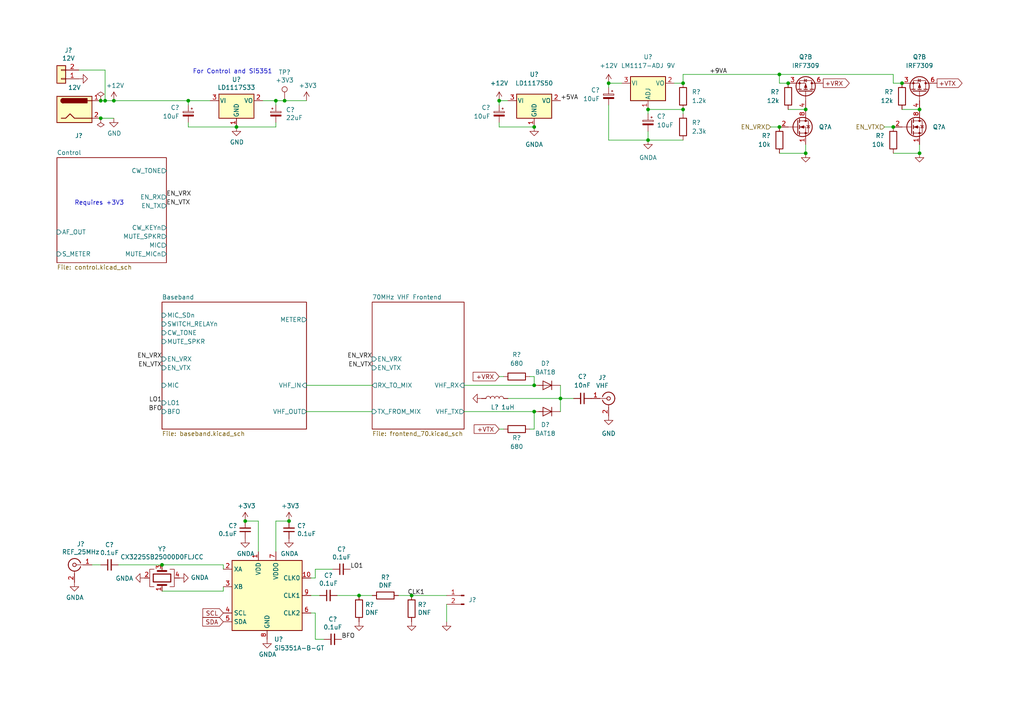
<source format=kicad_sch>
(kicad_sch (version 20211123) (generator eeschema)

  (uuid 7c83c304-769a-4be4-890e-297aba22b5b9)

  (paper "A4")

  (title_block
    (title "DART-70 TRX")
    (date "2023-01-22")
    (rev "0")
    (company "HB9EGM")
    (comment 1 "A 4m Band SSB/CW Transceiver")
  )

  

  (junction (at 29.21 29.21) (diameter 0) (color 0 0 0 0)
    (uuid 0a082e3d-5a37-45bf-9936-1925b33d6b4f)
  )
  (junction (at 228.6 24.13) (diameter 0) (color 0 0 0 0)
    (uuid 0d713598-e0d7-4b64-806d-d27b5ae84128)
  )
  (junction (at 154.94 36.83) (diameter 0) (color 0 0 0 0)
    (uuid 0e896443-97eb-4f57-b4db-382bdbdf63e4)
  )
  (junction (at 104.14 172.72) (diameter 0) (color 0 0 0 0)
    (uuid 11ea7b85-b26d-4a7d-aaed-956352284452)
  )
  (junction (at 266.7 44.45) (diameter 0) (color 0 0 0 0)
    (uuid 1379c036-b3e0-455b-b639-0f5dd015d03b)
  )
  (junction (at 198.12 24.13) (diameter 0) (color 0 0 0 0)
    (uuid 13b9a948-b29a-4475-8f42-f20ed3ed1c6a)
  )
  (junction (at 80.01 29.21) (diameter 0) (color 0 0 0 0)
    (uuid 1c29ab88-8089-4a9f-b0ec-e0493fb70d1a)
  )
  (junction (at 33.02 29.21) (diameter 0) (color 0 0 0 0)
    (uuid 1fa90692-7773-42d6-8ba8-8ed55432226b)
  )
  (junction (at 30.48 29.21) (diameter 0) (color 0 0 0 0)
    (uuid 248900dc-9b0b-4fb0-8b44-20e56324d88d)
  )
  (junction (at 29.21 34.29) (diameter 0) (color 0 0 0 0)
    (uuid 2bb5e7ab-7e6e-4e4b-8997-824caea277e9)
  )
  (junction (at 226.06 36.83) (diameter 0) (color 0 0 0 0)
    (uuid 2c691037-8de1-4537-a0ef-41ed59613839)
  )
  (junction (at 187.96 31.75) (diameter 0) (color 0 0 0 0)
    (uuid 398ec90b-61af-4d36-9539-63397d126e21)
  )
  (junction (at 71.12 151.13) (diameter 0) (color 0 0 0 0)
    (uuid 3c03082b-2981-4df2-bc33-6ce03d4158b2)
  )
  (junction (at 233.68 44.45) (diameter 0) (color 0 0 0 0)
    (uuid 3fe7be98-f709-408d-a312-564e4532657b)
  )
  (junction (at 83.82 151.13) (diameter 0) (color 0 0 0 0)
    (uuid 4049e650-6035-45af-a547-48a992b127be)
  )
  (junction (at 198.12 31.75) (diameter 0) (color 0 0 0 0)
    (uuid 4242ccf2-3c4d-4a22-8247-2311c54121ff)
  )
  (junction (at 162.56 115.57) (diameter 0) (color 0 0 0 0)
    (uuid 43df9b13-487d-4795-8053-4ad8b2cbb873)
  )
  (junction (at 226.06 21.59) (diameter 0) (color 0 0 0 0)
    (uuid 4750ee37-26c3-426a-a03a-0a50ee4de791)
  )
  (junction (at 154.94 119.38) (diameter 0) (color 0 0 0 0)
    (uuid 52c182ac-1ae7-47fb-8f27-77f648381fc6)
  )
  (junction (at 54.61 29.21) (diameter 0) (color 0 0 0 0)
    (uuid 547281cc-eb15-43de-9560-1b10e39a19ed)
  )
  (junction (at 233.68 31.75) (diameter 0) (color 0 0 0 0)
    (uuid 5591956a-807b-4208-83a4-6327422e118a)
  )
  (junction (at 259.08 36.83) (diameter 0) (color 0 0 0 0)
    (uuid 906f16af-3f1b-4545-bda0-18ebce89ce96)
  )
  (junction (at 144.78 29.21) (diameter 0) (color 0 0 0 0)
    (uuid 91bb5e66-90e9-4aff-b233-5b8d53e4ad1c)
  )
  (junction (at 154.94 111.76) (diameter 0) (color 0 0 0 0)
    (uuid 97793736-d570-4f2c-8a66-106f7d23b4a8)
  )
  (junction (at 242.57 -71.12) (diameter 0) (color 0 0 0 0)
    (uuid 9a3fa19c-537d-4296-bb63-989030ca8dd5)
  )
  (junction (at 176.53 24.13) (diameter 0) (color 0 0 0 0)
    (uuid a01cdcc4-8ed1-4b36-8702-1b68481a60d9)
  )
  (junction (at 187.96 40.64) (diameter 0) (color 0 0 0 0)
    (uuid a13e5fb2-5800-4421-9e39-63277f01a71d)
  )
  (junction (at 82.55 29.21) (diameter 0) (color 0 0 0 0)
    (uuid a99cd17b-9938-46df-92bb-88378a42ecd6)
  )
  (junction (at 119.38 172.72) (diameter 0) (color 0 0 0 0)
    (uuid a9fed849-c0d2-45ff-802c-7da3e4c52c0a)
  )
  (junction (at 232.41 -63.5) (diameter 0) (color 0 0 0 0)
    (uuid aeb1da01-4a44-4c30-b05f-9cec7ebba856)
  )
  (junction (at 68.58 36.83) (diameter 0) (color 0 0 0 0)
    (uuid b0c265f7-c716-45d5-8397-630db4d2cf65)
  )
  (junction (at 242.57 -58.42) (diameter 0) (color 0 0 0 0)
    (uuid b80a4902-9741-47e8-9dca-09d8045e2d8b)
  )
  (junction (at 261.62 24.13) (diameter 0) (color 0 0 0 0)
    (uuid d531b677-92b2-4589-8265-ffb9f0a9f471)
  )
  (junction (at 266.7 31.75) (diameter 0) (color 0 0 0 0)
    (uuid eeabe6f1-2db7-4eed-bd0c-6e41b390284d)
  )
  (junction (at 46.99 163.83) (diameter 0) (color 0 0 0 0)
    (uuid f8c9e2c3-818f-482b-ad48-f9fb56a455b0)
  )
  (junction (at 238.76 -43.18) (diameter 0) (color 0 0 0 0)
    (uuid fce80799-beee-488e-8575-c5bbc1daac9f)
  )

  (wire (pts (xy 29.21 34.29) (xy 33.02 34.29))
    (stroke (width 0) (type default) (color 0 0 0 0))
    (uuid 002154dd-fd21-426e-8f51-d82382197384)
  )
  (wire (pts (xy 91.44 167.64) (xy 90.17 167.64))
    (stroke (width 0) (type default) (color 0 0 0 0))
    (uuid 05f6334e-7131-4999-b788-1681af60d6df)
  )
  (wire (pts (xy 88.9 119.38) (xy 107.95 119.38))
    (stroke (width 0) (type default) (color 0 0 0 0))
    (uuid 093571d4-0ca5-4839-b6c5-46bae251e367)
  )
  (wire (pts (xy 144.78 35.56) (xy 144.78 36.83))
    (stroke (width 0) (type default) (color 0 0 0 0))
    (uuid 0a3a19af-7bfa-4df3-9b73-b98420c4a518)
  )
  (wire (pts (xy 266.7 41.91) (xy 266.7 44.45))
    (stroke (width 0) (type default) (color 0 0 0 0))
    (uuid 0b3a2a48-0270-494e-962a-3658a00a0875)
  )
  (wire (pts (xy 88.9 111.76) (xy 107.95 111.76))
    (stroke (width 0) (type default) (color 0 0 0 0))
    (uuid 0c548c29-4675-455c-b4eb-39554b0e0db8)
  )
  (wire (pts (xy 54.61 29.21) (xy 54.61 30.48))
    (stroke (width 0) (type default) (color 0 0 0 0))
    (uuid 11b5652b-07d3-428f-98d5-c354cf3693b1)
  )
  (wire (pts (xy 154.94 109.22) (xy 153.67 109.22))
    (stroke (width 0) (type default) (color 0 0 0 0))
    (uuid 1365db47-3e50-475d-8b7e-e1db17b616fc)
  )
  (wire (pts (xy 144.78 36.83) (xy 154.94 36.83))
    (stroke (width 0) (type default) (color 0 0 0 0))
    (uuid 160e3a4c-588b-4e79-ac75-f98bf80b7e0b)
  )
  (wire (pts (xy 243.84 -16.51) (xy 255.27 -16.51))
    (stroke (width 0) (type default) (color 0 0 0 0))
    (uuid 16d650b6-9ff4-4a97-bbf7-5da504a0440c)
  )
  (wire (pts (xy 80.01 29.21) (xy 82.55 29.21))
    (stroke (width 0) (type default) (color 0 0 0 0))
    (uuid 17ba5b19-2b5b-474e-9c14-1c7d35991587)
  )
  (wire (pts (xy 198.12 31.75) (xy 198.12 33.02))
    (stroke (width 0) (type default) (color 0 0 0 0))
    (uuid 17fc291b-23f9-4de7-9168-978b13dcd03c)
  )
  (wire (pts (xy 180.34 24.13) (xy 176.53 24.13))
    (stroke (width 0) (type default) (color 0 0 0 0))
    (uuid 2199bdfc-0462-4363-af5e-16d8e19d600a)
  )
  (wire (pts (xy 54.61 29.21) (xy 60.96 29.21))
    (stroke (width 0) (type default) (color 0 0 0 0))
    (uuid 28eca374-9b5c-4480-a1a6-52ddcbb57db2)
  )
  (wire (pts (xy 90.17 172.72) (xy 92.71 172.72))
    (stroke (width 0) (type default) (color 0 0 0 0))
    (uuid 2a86319a-5a94-4745-ad80-6b5c02f72e82)
  )
  (wire (pts (xy 187.96 40.64) (xy 198.12 40.64))
    (stroke (width 0) (type default) (color 0 0 0 0))
    (uuid 33f01d9a-6abc-40a9-9b6b-d34bddbf731f)
  )
  (wire (pts (xy 256.54 36.83) (xy 259.08 36.83))
    (stroke (width 0) (type default) (color 0 0 0 0))
    (uuid 345987da-5aa5-4c5e-90e1-ddf0086ed5fb)
  )
  (wire (pts (xy 147.32 115.57) (xy 162.56 115.57))
    (stroke (width 0) (type default) (color 0 0 0 0))
    (uuid 3eb66799-e8b0-416b-a9e5-17fd18188e1b)
  )
  (wire (pts (xy 195.58 24.13) (xy 198.12 24.13))
    (stroke (width 0) (type default) (color 0 0 0 0))
    (uuid 4435e8ff-b63e-4b32-81db-49caa0dd6c5f)
  )
  (wire (pts (xy 129.54 175.26) (xy 129.54 180.34))
    (stroke (width 0) (type default) (color 0 0 0 0))
    (uuid 4c04a716-fc93-4970-8ba6-c46984d0cf6f)
  )
  (wire (pts (xy 198.12 21.59) (xy 198.12 24.13))
    (stroke (width 0) (type default) (color 0 0 0 0))
    (uuid 4c57c394-f97c-4a0b-80d4-0b5157781c3b)
  )
  (wire (pts (xy 134.62 111.76) (xy 154.94 111.76))
    (stroke (width 0) (type default) (color 0 0 0 0))
    (uuid 4cb05072-e4ec-4ace-9793-ec8663b33a48)
  )
  (wire (pts (xy 261.62 31.75) (xy 266.7 31.75))
    (stroke (width 0) (type default) (color 0 0 0 0))
    (uuid 4d5acc98-17ff-4e60-af52-349a1269dddf)
  )
  (wire (pts (xy 254 -58.42) (xy 254 -68.58))
    (stroke (width 0) (type default) (color 0 0 0 0))
    (uuid 51a3f919-4f6b-4c1a-9e4b-219d7ae9f12e)
  )
  (wire (pts (xy 259.08 21.59) (xy 226.06 21.59))
    (stroke (width 0) (type default) (color 0 0 0 0))
    (uuid 5ea05504-bb96-4847-90cf-26cb1afd4244)
  )
  (wire (pts (xy 33.02 29.21) (xy 54.61 29.21))
    (stroke (width 0) (type default) (color 0 0 0 0))
    (uuid 6465c817-6f2e-4e62-ac9d-f9a1d93df9e1)
  )
  (wire (pts (xy 96.52 165.1) (xy 91.44 165.1))
    (stroke (width 0) (type default) (color 0 0 0 0))
    (uuid 64e90390-0f4c-4cc1-bafa-363ce23516e9)
  )
  (wire (pts (xy 264.16 -64.77) (xy 264.16 -58.42))
    (stroke (width 0) (type default) (color 0 0 0 0))
    (uuid 65756912-fb86-4307-8753-f20d3967afa2)
  )
  (wire (pts (xy 91.44 185.42) (xy 91.44 177.8))
    (stroke (width 0) (type default) (color 0 0 0 0))
    (uuid 65dd0601-a23d-4c5d-b924-966fc498cbfc)
  )
  (wire (pts (xy 144.78 124.46) (xy 146.05 124.46))
    (stroke (width 0) (type default) (color 0 0 0 0))
    (uuid 65fd1318-4897-4656-baf4-cc1aa4efc50e)
  )
  (wire (pts (xy 134.62 119.38) (xy 154.94 119.38))
    (stroke (width 0) (type default) (color 0 0 0 0))
    (uuid 6678ed58-2bf9-4fce-b811-fa9b19663998)
  )
  (wire (pts (xy 233.68 44.45) (xy 226.06 44.45))
    (stroke (width 0) (type default) (color 0 0 0 0))
    (uuid 67fd7240-7a2e-4504-8c70-47b3112c634e)
  )
  (wire (pts (xy 91.44 177.8) (xy 90.17 177.8))
    (stroke (width 0) (type default) (color 0 0 0 0))
    (uuid 699bee8c-8bc3-4aa6-b4ed-0aa4d255078a)
  )
  (wire (pts (xy 80.01 151.13) (xy 80.01 160.02))
    (stroke (width 0) (type default) (color 0 0 0 0))
    (uuid 6b09c60c-c53b-47dd-b8b8-94f682cd2086)
  )
  (wire (pts (xy 259.08 24.13) (xy 261.62 24.13))
    (stroke (width 0) (type default) (color 0 0 0 0))
    (uuid 73697aae-1f79-401a-bdaa-9ebc2f2340de)
  )
  (wire (pts (xy 144.78 29.21) (xy 144.78 30.48))
    (stroke (width 0) (type default) (color 0 0 0 0))
    (uuid 7471700d-9a5d-406e-b9fc-bdeed49379fa)
  )
  (wire (pts (xy 30.48 29.21) (xy 33.02 29.21))
    (stroke (width 0) (type default) (color 0 0 0 0))
    (uuid 74760d5b-303c-4603-ac2e-6b5209546581)
  )
  (wire (pts (xy 22.86 20.32) (xy 30.48 20.32))
    (stroke (width 0) (type default) (color 0 0 0 0))
    (uuid 79aced1b-30d4-4883-86bf-8a38d664736a)
  )
  (wire (pts (xy 97.79 172.72) (xy 104.14 172.72))
    (stroke (width 0) (type default) (color 0 0 0 0))
    (uuid 7d4200e5-e280-4699-af56-048ba84247d3)
  )
  (wire (pts (xy 146.05 109.22) (xy 144.78 109.22))
    (stroke (width 0) (type default) (color 0 0 0 0))
    (uuid 8025fc94-e615-4b56-8bf2-4787b89136f5)
  )
  (wire (pts (xy 93.98 185.42) (xy 91.44 185.42))
    (stroke (width 0) (type default) (color 0 0 0 0))
    (uuid 8e0abe23-8e7e-48a9-af11-f26197bd8fbf)
  )
  (wire (pts (xy 176.53 30.48) (xy 176.53 40.64))
    (stroke (width 0) (type default) (color 0 0 0 0))
    (uuid 8f5c2a3a-b2da-434e-8810-9da52a5e413a)
  )
  (wire (pts (xy 228.6 31.75) (xy 233.68 31.75))
    (stroke (width 0) (type default) (color 0 0 0 0))
    (uuid 92dfb53a-5556-47b1-8088-214aebbc803d)
  )
  (wire (pts (xy 54.61 35.56) (xy 54.61 36.83))
    (stroke (width 0) (type default) (color 0 0 0 0))
    (uuid 99f8394d-1325-4f0e-9ed0-19dceab6e1f9)
  )
  (wire (pts (xy 242.57 -58.42) (xy 238.76 -58.42))
    (stroke (width 0) (type default) (color 0 0 0 0))
    (uuid 9c52eb74-b8c8-4100-b844-c9be7c6d511d)
  )
  (wire (pts (xy 238.76 -43.18) (xy 238.76 -46.99))
    (stroke (width 0) (type default) (color 0 0 0 0))
    (uuid 9c9d09c2-fbb3-42fd-8022-a7107b60bdef)
  )
  (wire (pts (xy 83.82 151.13) (xy 80.01 151.13))
    (stroke (width 0) (type default) (color 0 0 0 0))
    (uuid 9d3a7a2b-8bae-4d82-8634-16a99f57e389)
  )
  (wire (pts (xy 223.52 36.83) (xy 226.06 36.83))
    (stroke (width 0) (type default) (color 0 0 0 0))
    (uuid a057c374-c462-4764-bd16-2c00eef92afa)
  )
  (wire (pts (xy 242.57 -68.58) (xy 242.57 -71.12))
    (stroke (width 0) (type default) (color 0 0 0 0))
    (uuid a15bb254-7167-427e-9ec3-c4abcf53e5b1)
  )
  (wire (pts (xy 238.76 -54.61) (xy 238.76 -58.42))
    (stroke (width 0) (type default) (color 0 0 0 0))
    (uuid a5d8fc97-d7c1-4797-9d4b-768d4ee7add9)
  )
  (wire (pts (xy 54.61 36.83) (xy 68.58 36.83))
    (stroke (width 0) (type default) (color 0 0 0 0))
    (uuid a69bb6f5-978b-49bb-9446-4ec9cfe4501e)
  )
  (wire (pts (xy 246.38 -43.18) (xy 238.76 -43.18))
    (stroke (width 0) (type default) (color 0 0 0 0))
    (uuid a731f80a-972f-45de-8f8a-42b0b7414eea)
  )
  (wire (pts (xy 259.08 21.59) (xy 259.08 24.13))
    (stroke (width 0) (type default) (color 0 0 0 0))
    (uuid a7349b87-3477-4ba5-bc62-3587f94ab817)
  )
  (wire (pts (xy 154.94 109.22) (xy 154.94 111.76))
    (stroke (width 0) (type default) (color 0 0 0 0))
    (uuid a8465ca8-68f9-4eee-904b-5bbfa483a6ff)
  )
  (wire (pts (xy 88.9 29.21) (xy 82.55 29.21))
    (stroke (width 0) (type default) (color 0 0 0 0))
    (uuid a93dd5f3-ded3-42da-9f3d-78740a5a5bff)
  )
  (wire (pts (xy 162.56 115.57) (xy 162.56 119.38))
    (stroke (width 0) (type default) (color 0 0 0 0))
    (uuid ac53001d-67e7-43b3-8d4f-e25645832d20)
  )
  (wire (pts (xy 226.06 21.59) (xy 198.12 21.59))
    (stroke (width 0) (type default) (color 0 0 0 0))
    (uuid ad76707e-1f2e-4941-86a0-50951acd24bc)
  )
  (wire (pts (xy 176.53 40.64) (xy 187.96 40.64))
    (stroke (width 0) (type default) (color 0 0 0 0))
    (uuid aed0a299-8aa6-4a50-b993-c38efe5fdd7a)
  )
  (wire (pts (xy 176.53 24.13) (xy 176.53 25.4))
    (stroke (width 0) (type default) (color 0 0 0 0))
    (uuid b1ea2466-2371-4b96-9289-6c42e0f0b899)
  )
  (wire (pts (xy 162.56 115.57) (xy 162.56 111.76))
    (stroke (width 0) (type default) (color 0 0 0 0))
    (uuid b5466cc1-2356-42c6-93e2-f2cda1bef0d2)
  )
  (wire (pts (xy 266.7 44.45) (xy 259.08 44.45))
    (stroke (width 0) (type default) (color 0 0 0 0))
    (uuid b5cbe891-dcdf-4951-8f0a-b2c28e4293cd)
  )
  (wire (pts (xy 226.06 24.13) (xy 228.6 24.13))
    (stroke (width 0) (type default) (color 0 0 0 0))
    (uuid bb78f99c-6783-4afe-a661-68817d4180ab)
  )
  (wire (pts (xy 91.44 165.1) (xy 91.44 167.64))
    (stroke (width 0) (type default) (color 0 0 0 0))
    (uuid bcb20d96-4c0e-4c98-a263-0cdd41ab15e5)
  )
  (wire (pts (xy 187.96 38.1) (xy 187.96 40.64))
    (stroke (width 0) (type default) (color 0 0 0 0))
    (uuid bda7a16e-b931-4d51-b769-ff5809beef5f)
  )
  (wire (pts (xy 234.95 -63.5) (xy 232.41 -63.5))
    (stroke (width 0) (type default) (color 0 0 0 0))
    (uuid c0a01a64-7d1b-472d-8880-567c93d125ef)
  )
  (wire (pts (xy 154.94 119.38) (xy 154.94 124.46))
    (stroke (width 0) (type default) (color 0 0 0 0))
    (uuid c23728ce-bdd5-4da9-b0f8-75fac060a96d)
  )
  (wire (pts (xy 74.93 151.13) (xy 74.93 160.02))
    (stroke (width 0) (type default) (color 0 0 0 0))
    (uuid c24d03f2-5bff-4d74-88e5-481cd2f1e035)
  )
  (wire (pts (xy 269.24 -60.96) (xy 269.24 -58.42))
    (stroke (width 0) (type default) (color 0 0 0 0))
    (uuid c353b884-bf6e-4195-82d9-6e347a13f8f2)
  )
  (wire (pts (xy 119.38 172.72) (xy 129.54 172.72))
    (stroke (width 0) (type default) (color 0 0 0 0))
    (uuid c48e879f-0b64-4f86-a8cf-003dbff29c4e)
  )
  (wire (pts (xy 107.95 172.72) (xy 104.14 172.72))
    (stroke (width 0) (type default) (color 0 0 0 0))
    (uuid cbbfb5e5-7e85-4367-b6a7-9b21fc6d9e17)
  )
  (wire (pts (xy 46.99 171.45) (xy 64.77 171.45))
    (stroke (width 0) (type default) (color 0 0 0 0))
    (uuid cc89f37d-2221-4ee8-a763-21432c733f93)
  )
  (wire (pts (xy 76.2 29.21) (xy 80.01 29.21))
    (stroke (width 0) (type default) (color 0 0 0 0))
    (uuid cdc3b2bb-9f60-476c-ac94-bf550b6e7b5e)
  )
  (wire (pts (xy 233.68 41.91) (xy 233.68 44.45))
    (stroke (width 0) (type default) (color 0 0 0 0))
    (uuid cdf8245b-2e03-441d-8536-8e14a3d0d2ff)
  )
  (wire (pts (xy 71.12 151.13) (xy 74.93 151.13))
    (stroke (width 0) (type default) (color 0 0 0 0))
    (uuid ceb52c7a-a12c-449a-be98-109b3a3bd409)
  )
  (wire (pts (xy 29.21 29.21) (xy 30.48 29.21))
    (stroke (width 0) (type default) (color 0 0 0 0))
    (uuid d18620ef-44b4-47e8-b939-bb0398e91c85)
  )
  (wire (pts (xy 64.77 163.83) (xy 64.77 165.1))
    (stroke (width 0) (type default) (color 0 0 0 0))
    (uuid d51dda35-7a1a-4d41-817a-7bb1f7f6ffd4)
  )
  (wire (pts (xy 166.37 115.57) (xy 162.56 115.57))
    (stroke (width 0) (type default) (color 0 0 0 0))
    (uuid d62cfc4c-5e25-471a-be1e-d5cbaecce182)
  )
  (wire (pts (xy 229.87 -63.5) (xy 232.41 -63.5))
    (stroke (width 0) (type default) (color 0 0 0 0))
    (uuid d77b5383-1057-41f7-a864-97b50dcdeb67)
  )
  (wire (pts (xy 246.38 -58.42) (xy 242.57 -58.42))
    (stroke (width 0) (type default) (color 0 0 0 0))
    (uuid db017b0a-0353-497a-a563-8390daa5d431)
  )
  (wire (pts (xy 144.78 29.21) (xy 147.32 29.21))
    (stroke (width 0) (type default) (color 0 0 0 0))
    (uuid dd927172-6a9a-406f-a951-4e7f78cebb7b)
  )
  (wire (pts (xy 68.58 36.83) (xy 80.01 36.83))
    (stroke (width 0) (type default) (color 0 0 0 0))
    (uuid e264f0d9-6386-4838-a810-81df8032f681)
  )
  (wire (pts (xy 30.48 20.32) (xy 30.48 29.21))
    (stroke (width 0) (type default) (color 0 0 0 0))
    (uuid e49f1b40-a83b-4b72-93d7-dd44349357c4)
  )
  (wire (pts (xy 119.38 172.72) (xy 115.57 172.72))
    (stroke (width 0) (type default) (color 0 0 0 0))
    (uuid ea6f4611-7eac-4b21-b232-fff65a738b95)
  )
  (wire (pts (xy 34.29 163.83) (xy 46.99 163.83))
    (stroke (width 0) (type default) (color 0 0 0 0))
    (uuid ea97e745-2bac-4983-a78b-499e0f8d7b6d)
  )
  (wire (pts (xy 242.57 -71.12) (xy 232.41 -71.12))
    (stroke (width 0) (type default) (color 0 0 0 0))
    (uuid eb3550c5-55d7-4b5a-8fbc-509d8db76263)
  )
  (wire (pts (xy 187.96 31.75) (xy 198.12 31.75))
    (stroke (width 0) (type default) (color 0 0 0 0))
    (uuid eb9b3733-e4ec-4731-87f1-5f6fd8f11a68)
  )
  (wire (pts (xy 29.21 163.83) (xy 26.67 163.83))
    (stroke (width 0) (type default) (color 0 0 0 0))
    (uuid f38fd353-54b3-403a-9387-7ff36888e6a9)
  )
  (wire (pts (xy 46.99 163.83) (xy 64.77 163.83))
    (stroke (width 0) (type default) (color 0 0 0 0))
    (uuid f7008c47-327e-4961-9c20-bbaf09b0d636)
  )
  (wire (pts (xy 64.77 171.45) (xy 64.77 170.18))
    (stroke (width 0) (type default) (color 0 0 0 0))
    (uuid f841e691-04bf-4057-bcb4-476ba3910c05)
  )
  (wire (pts (xy 153.67 124.46) (xy 154.94 124.46))
    (stroke (width 0) (type default) (color 0 0 0 0))
    (uuid fa186e4d-5679-4648-97be-d46dd5fe54d1)
  )
  (wire (pts (xy 80.01 35.56) (xy 80.01 36.83))
    (stroke (width 0) (type default) (color 0 0 0 0))
    (uuid fc244ca3-4412-44ac-b1f3-44d00d15b5ac)
  )
  (wire (pts (xy 187.96 31.75) (xy 187.96 33.02))
    (stroke (width 0) (type default) (color 0 0 0 0))
    (uuid fc4a7459-1bb4-4226-8823-ec552cb8417e)
  )
  (wire (pts (xy 226.06 21.59) (xy 226.06 24.13))
    (stroke (width 0) (type default) (color 0 0 0 0))
    (uuid fe8a3f3f-3126-421d-b59c-37217ed6f49c)
  )
  (wire (pts (xy 80.01 29.21) (xy 80.01 30.48))
    (stroke (width 0) (type default) (color 0 0 0 0))
    (uuid ffb99ea8-48c3-486c-94d4-7034e45d57f7)
  )

  (text "Requires +3V3" (at 21.59 59.69 0)
    (effects (font (size 1.27 1.27)) (justify left bottom))
    (uuid 116a8b96-c84a-4d0e-9efd-2c374598e9fc)
  )
  (text "TODO\nClarify GNDA vs GND\nMove LDOs to consumers\nAdd 4m PA / LNA with filter and antenna switching\nReview PIN diode switching\n\nDONE\nAdd 4m frontend\nReplace Anglian, remove one mixer stage\nPFET switch instead of relay\n"
    (at 0 -2.54 0)
    (effects (font (size 4 4)) (justify left bottom))
    (uuid bb2e7fd8-c90d-4499-afb3-dd966ff449a9)
  )
  (text "This project is inspired by F6FEO's Picardy, G4DDK's Anglian transverters, the uBitx, and\nEI9GQ's \"Building a Transceiver\". It derives from my previous Picardy 2020 2m design."
    (at 210.82 281.94 0)
    (effects (font (size 1.27 1.27)) (justify left bottom))
    (uuid cc99dfff-7e1c-41c9-90b0-50846ceea0a1)
  )
  (text "For Control and Si5351" (at 55.88 21.59 0)
    (effects (font (size 1.27 1.27)) (justify left bottom))
    (uuid f4edd5b2-72b4-45e8-b62f-fa9fad300bad)
  )

  (label "+9VA" (at 205.74 21.59 0)
    (effects (font (size 1.27 1.27)) (justify left bottom))
    (uuid 00bb6864-ec12-4888-8ef6-77b5d0147170)
  )
  (label "EN_VTX" (at 107.95 106.68 180)
    (effects (font (size 1.27 1.27)) (justify right bottom))
    (uuid 2a1445c0-3ee8-4e0d-b2b5-fefc03020288)
  )
  (label "CLK1" (at 123.19 172.72 180)
    (effects (font (size 1.27 1.27)) (justify right bottom))
    (uuid 37559495-9dfc-4a54-80ee-fad84f20dc2a)
  )
  (label "EN_VRX" (at 48.26 57.15 0)
    (effects (font (size 1.27 1.27)) (justify left bottom))
    (uuid 618621f8-a3f4-49c8-9ea3-607c2df3756e)
  )
  (label "EN_VTX" (at 46.99 106.68 180)
    (effects (font (size 1.27 1.27)) (justify right bottom))
    (uuid 707270bd-0eb2-4e1d-8637-f82b10fa67aa)
  )
  (label "+5VA" (at 162.56 29.21 0)
    (effects (font (size 1.27 1.27)) (justify left bottom))
    (uuid 7146a789-5824-47bd-a0cc-f2b46bf21cde)
  )
  (label "EN_VTX" (at 48.26 59.69 0)
    (effects (font (size 1.27 1.27)) (justify left bottom))
    (uuid 79771a5b-bbc0-45e2-b3e2-33121a4ba792)
  )
  (label "EN_VRX" (at 107.95 104.14 180)
    (effects (font (size 1.27 1.27)) (justify right bottom))
    (uuid 7d379f5c-8657-4fef-9f9e-0c96e27cc75e)
  )
  (label "VHF_LO" (at 246.38 -16.51 0)
    (effects (font (size 1.27 1.27)) (justify left bottom))
    (uuid 8c29f5ca-49c7-4f16-ac34-557eb034e274)
  )
  (label "EN_VRX" (at 46.99 104.14 180)
    (effects (font (size 1.27 1.27)) (justify right bottom))
    (uuid aa00f259-e907-4fdf-a2ba-c826172145af)
  )
  (label "LO1" (at 101.6 165.1 0)
    (effects (font (size 1.27 1.27)) (justify left bottom))
    (uuid b1685444-7ed2-49f0-840b-5ade5d456940)
  )
  (label "LO1" (at 46.99 116.84 180)
    (effects (font (size 1.27 1.27)) (justify right bottom))
    (uuid cdac41f7-a7f2-4a3f-ba4b-bfc7d7f66152)
  )
  (label "BFO" (at 99.06 185.42 0)
    (effects (font (size 1.27 1.27)) (justify left bottom))
    (uuid e316d376-2303-43ce-9137-3f0af976260d)
  )
  (label "BFO" (at 46.99 119.38 180)
    (effects (font (size 1.27 1.27)) (justify right bottom))
    (uuid f9d8824d-4312-4052-b7a4-29b601206a19)
  )

  (global_label "+VRX" (shape input) (at 144.78 109.22 180) (fields_autoplaced)
    (effects (font (size 1.27 1.27)) (justify right))
    (uuid 239fb701-4f22-422c-b794-639e7cdebbc8)
    (property "Intersheet References" "${INTERSHEET_REFS}" (id 0) (at 137.2264 109.2994 0)
      (effects (font (size 1.27 1.27)) (justify right) hide)
    )
  )
  (global_label "+VTX" (shape output) (at 271.78 24.13 0) (fields_autoplaced)
    (effects (font (size 1.27 1.27)) (justify left))
    (uuid 5715d411-82bf-4ac6-9f8b-b918cd54b27e)
    (property "Intersheet References" "${INTERSHEET_REFS}" (id 0) (at 279.0312 24.0506 0)
      (effects (font (size 1.27 1.27)) (justify left) hide)
    )
  )
  (global_label "SDA" (shape input) (at 64.77 180.34 180) (fields_autoplaced)
    (effects (font (size 1.27 1.27)) (justify right))
    (uuid 7b27748e-95b6-4e72-a559-44948dc7382e)
    (property "Intersheet References" "${INTERSHEET_REFS}" (id 0) (at -140.97 128.27 0)
      (effects (font (size 1.27 1.27)) hide)
    )
  )
  (global_label "+VTX" (shape input) (at 144.78 124.46 180) (fields_autoplaced)
    (effects (font (size 1.27 1.27)) (justify right))
    (uuid 8a3322e7-41b1-4e7c-9f46-15730c012cf4)
    (property "Intersheet References" "${INTERSHEET_REFS}" (id 0) (at 137.5288 124.3806 0)
      (effects (font (size 1.27 1.27)) (justify right) hide)
    )
  )
  (global_label "+VRX" (shape output) (at 238.76 24.13 0) (fields_autoplaced)
    (effects (font (size 1.27 1.27)) (justify left))
    (uuid 8e3e968b-49f3-4efb-92bd-f40737515307)
    (property "Intersheet References" "${INTERSHEET_REFS}" (id 0) (at 246.3136 24.0506 0)
      (effects (font (size 1.27 1.27)) (justify left) hide)
    )
  )
  (global_label "SCL" (shape input) (at 64.77 177.8 180) (fields_autoplaced)
    (effects (font (size 1.27 1.27)) (justify right))
    (uuid c9ecb380-e98f-45c6-b8cb-94efe9240021)
    (property "Intersheet References" "${INTERSHEET_REFS}" (id 0) (at -140.97 128.27 0)
      (effects (font (size 1.27 1.27)) hide)
    )
  )

  (hierarchical_label "EN_VRX" (shape input) (at 223.52 36.83 180)
    (effects (font (size 1.27 1.27)) (justify right))
    (uuid 7df73d1c-bea1-40bc-bd85-23a0ec4a5e64)
  )
  (hierarchical_label "SWITCH_RELAYn" (shape input) (at 214.63 -63.5 180)
    (effects (font (size 1.27 1.27)) (justify right))
    (uuid a1830f45-f348-45e4-b2fb-0eb73dd068b0)
  )
  (hierarchical_label "EN_VTX" (shape input) (at 256.54 36.83 180)
    (effects (font (size 1.27 1.27)) (justify right))
    (uuid ebcb7436-0315-46b9-b837-f901891153ea)
  )

  (symbol (lib_id "power:+3.3V") (at 83.82 151.13 0) (unit 1)
    (in_bom yes) (on_board yes)
    (uuid 0a66f684-42c8-4454-8b00-30b8c4ea5d56)
    (property "Reference" "#PWR?" (id 0) (at 83.82 154.94 0)
      (effects (font (size 1.27 1.27)) hide)
    )
    (property "Value" "+3.3V" (id 1) (at 84.201 146.7358 0))
    (property "Footprint" "" (id 2) (at 83.82 151.13 0)
      (effects (font (size 1.27 1.27)) hide)
    )
    (property "Datasheet" "" (id 3) (at 83.82 151.13 0)
      (effects (font (size 1.27 1.27)) hide)
    )
    (pin "1" (uuid 2b1c22a2-3bee-4d20-b723-68da98a1fc64))
  )

  (symbol (lib_id "mpb:BAT18") (at 158.75 119.38 180) (unit 1)
    (in_bom yes) (on_board yes) (fields_autoplaced)
    (uuid 0b14ffde-378e-478d-8691-440e08a63312)
    (property "Reference" "D?" (id 0) (at 158.1658 123.19 0))
    (property "Value" "BAT18" (id 1) (at 158.1658 125.73 0))
    (property "Footprint" "Package_TO_SOT_SMD:SOT-23_Handsoldering" (id 2) (at 158.75 120.65 0)
      (effects (font (size 1.27 1.27)) hide)
    )
    (property "Datasheet" "~" (id 3) (at 158.75 119.38 0)
      (effects (font (size 1.27 1.27)) hide)
    )
    (property "Need_order" "" (id 4) (at 158.75 119.38 0)
      (effects (font (size 1.27 1.27)) hide)
    )
    (pin "1" (uuid 522fcbb3-7cc0-46ec-b70e-ca5459a5fb31))
    (pin "3" (uuid d3584ac8-7730-44a0-9f8f-43609a9f9f83))
  )

  (symbol (lib_id "Diode:1N4148W") (at 238.76 -50.8 270) (unit 1)
    (in_bom yes) (on_board yes)
    (uuid 0df0aab9-ac02-434a-ad22-72c07912fcd6)
    (property "Reference" "D?" (id 0) (at 236.728 -51.9684 90)
      (effects (font (size 1.27 1.27)) (justify right))
    )
    (property "Value" "1N4148W" (id 1) (at 236.728 -49.657 90)
      (effects (font (size 1.27 1.27)) (justify right))
    )
    (property "Footprint" "Diode_SMD:D_SOD-123F" (id 2) (at 234.315 -50.8 0)
      (effects (font (size 1.27 1.27)) hide)
    )
    (property "Datasheet" "https://www.vishay.com/docs/85748/1n4148w.pdf" (id 3) (at 238.76 -50.8 0)
      (effects (font (size 1.27 1.27)) hide)
    )
    (property "MPN" "1N4148W" (id 4) (at 238.76 -50.8 0)
      (effects (font (size 1.27 1.27)) hide)
    )
    (property "Need_order" "" (id 5) (at 238.76 -50.8 0)
      (effects (font (size 1.27 1.27)) hide)
    )
    (pin "1" (uuid 5c5c790b-1c44-4cb1-8226-1bfb0bd2a8cb))
    (pin "2" (uuid f94adeab-23ff-4f9e-a9a3-6819d19ee090))
  )

  (symbol (lib_id "Regulator_Linear:LD1117S50TR_SOT223") (at 154.94 29.21 0) (unit 1)
    (in_bom yes) (on_board yes) (fields_autoplaced)
    (uuid 0f599ab7-5a53-4f5a-bde7-fcef2e2841ee)
    (property "Reference" "U?" (id 0) (at 154.94 21.59 0))
    (property "Value" "LD1117S50" (id 1) (at 154.94 24.13 0))
    (property "Footprint" "Package_TO_SOT_SMD:SOT-223-3_TabPin2" (id 2) (at 154.94 24.13 0)
      (effects (font (size 1.27 1.27)) hide)
    )
    (property "Datasheet" "http://www.st.com/st-web-ui/static/active/en/resource/technical/document/datasheet/CD00000544.pdf" (id 3) (at 157.48 35.56 0)
      (effects (font (size 1.27 1.27)) hide)
    )
    (pin "1" (uuid 0799cfe9-f73f-428f-86e0-5df9fe4be1b8))
    (pin "2" (uuid 9a642b0f-f010-4ca9-8892-5ba6582f9da8))
    (pin "3" (uuid df79b4b0-7939-4714-b2e0-4a118371874f))
  )

  (symbol (lib_id "Transistor_FET:IRF7309IPBF") (at 266.7 26.67 270) (mirror x) (unit 2)
    (in_bom yes) (on_board yes) (fields_autoplaced)
    (uuid 0f9e322e-4eb7-4922-ac71-ef5dee3be07c)
    (property "Reference" "Q?" (id 0) (at 266.7 16.51 90))
    (property "Value" "IRF7309" (id 1) (at 266.7 19.05 90))
    (property "Footprint" "Package_SO:SOIC-8_3.9x4.9mm_P1.27mm" (id 2) (at 264.795 21.59 0)
      (effects (font (size 1.27 1.27)) (justify left) hide)
    )
    (property "Datasheet" "http://www.irf.com/product-info/datasheets/data/irf7309ipbf.pdf" (id 3) (at 266.7 24.13 0)
      (effects (font (size 1.27 1.27)) (justify left) hide)
    )
    (property "MPN" "IRF7309IPBF" (id 5) (at 266.7 26.67 90)
      (effects (font (size 1.27 1.27)) hide)
    )
    (property "Need_order" "1" (id 4) (at 266.7 26.67 90)
      (effects (font (size 1.27 1.27)) hide)
    )
    (pin "1" (uuid d98f2c33-a62f-4cf8-87a2-61168649f191))
    (pin "2" (uuid bdee35fb-588c-4510-94fc-9a9ca1702855))
    (pin "7" (uuid 4c5df834-caa7-40ab-8e75-6d6bbfd257bb))
    (pin "8" (uuid c1dec542-6b7e-4205-9ad8-759154cc29f3))
    (pin "3" (uuid cbbb70e3-b619-4409-8d4a-ad62e1e50a5b))
    (pin "4" (uuid b45eee31-c14b-46a9-a687-28af259b3327))
    (pin "5" (uuid 503b2915-4f08-4a72-b20e-de5bfb6ef5f6))
    (pin "6" (uuid d7fe3f76-600d-47da-9a99-5b56de4d82d0))
  )

  (symbol (lib_id "power:GNDA") (at 266.7 44.45 0) (unit 1)
    (in_bom yes) (on_board yes) (fields_autoplaced)
    (uuid 11d72818-4927-476a-b663-3f411b19ea20)
    (property "Reference" "#PWR?" (id 0) (at 266.7 50.8 0)
      (effects (font (size 1.27 1.27)) hide)
    )
    (property "Value" "GNDA" (id 1) (at 266.827 47.6758 90)
      (effects (font (size 1.27 1.27)) (justify right) hide)
    )
    (property "Footprint" "" (id 2) (at 266.7 44.45 0)
      (effects (font (size 1.27 1.27)) hide)
    )
    (property "Datasheet" "" (id 3) (at 266.7 44.45 0)
      (effects (font (size 1.27 1.27)) hide)
    )
    (pin "1" (uuid a28057b0-f2c4-4c07-8fb9-f4a0591d782f))
  )

  (symbol (lib_id "power:GNDA") (at 77.47 185.42 0) (unit 1)
    (in_bom yes) (on_board yes)
    (uuid 15141d00-2169-455b-946f-57f60b1f9d23)
    (property "Reference" "#PWR?" (id 0) (at 77.47 191.77 0)
      (effects (font (size 1.27 1.27)) hide)
    )
    (property "Value" "GNDA" (id 1) (at 77.597 189.8142 0))
    (property "Footprint" "" (id 2) (at 77.47 185.42 0)
      (effects (font (size 1.27 1.27)) hide)
    )
    (property "Datasheet" "" (id 3) (at 77.47 185.42 0)
      (effects (font (size 1.27 1.27)) hide)
    )
    (pin "1" (uuid 05bccfcd-5ecd-4a29-baec-9be101d2d22a))
  )

  (symbol (lib_id "power:PWR_FLAG") (at 29.21 29.21 0) (unit 1)
    (in_bom yes) (on_board yes)
    (uuid 17f19d51-1d48-4b41-9e1f-1ae8f8799dc5)
    (property "Reference" "#FLG?" (id 0) (at 29.21 27.305 0)
      (effects (font (size 1.27 1.27)) hide)
    )
    (property "Value" "PWR_FLAG" (id 1) (at 29.21 25.9842 90)
      (effects (font (size 1.27 1.27)) (justify left) hide)
    )
    (property "Footprint" "" (id 2) (at 29.21 29.21 0)
      (effects (font (size 1.27 1.27)) hide)
    )
    (property "Datasheet" "~" (id 3) (at 29.21 29.21 0)
      (effects (font (size 1.27 1.27)) hide)
    )
    (pin "1" (uuid b075df74-cc2c-4cf8-b10c-4a6f9df277a3))
  )

  (symbol (lib_id "Device:C_Small") (at 99.06 165.1 90) (unit 1)
    (in_bom yes) (on_board yes)
    (uuid 1f22f568-466b-4986-a14d-fd6fd88e1a92)
    (property "Reference" "C?" (id 0) (at 99.06 159.2834 90))
    (property "Value" "0.1uF" (id 1) (at 99.06 161.5948 90))
    (property "Footprint" "Capacitor_SMD:C_0603_1608Metric_Pad1.05x0.95mm_HandSolder" (id 2) (at 99.06 165.1 0)
      (effects (font (size 1.27 1.27)) hide)
    )
    (property "Datasheet" "~" (id 3) (at 99.06 165.1 0)
      (effects (font (size 1.27 1.27)) hide)
    )
    (property "MPN" "GRM188R71H104KA93D" (id 4) (at 99.06 165.1 0)
      (effects (font (size 1.27 1.27)) hide)
    )
    (property "Need_order" "" (id 5) (at 99.06 165.1 0)
      (effects (font (size 1.27 1.27)) hide)
    )
    (pin "1" (uuid 8fabf0b6-bf9e-4449-bba3-d9b551e56598))
    (pin "2" (uuid 3784a66d-521d-4a8e-af7c-0c11a9705603))
  )

  (symbol (lib_id "power:GNDA") (at 71.12 156.21 0) (unit 1)
    (in_bom yes) (on_board yes)
    (uuid 1ff30586-c262-43a9-8e43-b3210a14f902)
    (property "Reference" "#PWR?" (id 0) (at 71.12 162.56 0)
      (effects (font (size 1.27 1.27)) hide)
    )
    (property "Value" "GNDA" (id 1) (at 71.247 160.6042 0))
    (property "Footprint" "" (id 2) (at 71.12 156.21 0)
      (effects (font (size 1.27 1.27)) hide)
    )
    (property "Datasheet" "" (id 3) (at 71.12 156.21 0)
      (effects (font (size 1.27 1.27)) hide)
    )
    (pin "1" (uuid 232e4c6f-ba1f-4c81-a477-65be299f183e))
  )

  (symbol (lib_id "Oscillator:Si5351A-B-GT") (at 77.47 172.72 0) (unit 1)
    (in_bom yes) (on_board yes) (fields_autoplaced)
    (uuid 21b72678-ff29-4b0c-910b-e8cac72cc05c)
    (property "Reference" "U?" (id 0) (at 79.4894 185.42 0)
      (effects (font (size 1.27 1.27)) (justify left))
    )
    (property "Value" "Si5351A-B-GT" (id 1) (at 79.4894 187.96 0)
      (effects (font (size 1.27 1.27)) (justify left))
    )
    (property "Footprint" "Package_SO:MSOP-10_3x3mm_P0.5mm" (id 2) (at 77.47 193.04 0)
      (effects (font (size 1.27 1.27)) hide)
    )
    (property "Datasheet" "https://www.silabs.com/documents/public/data-sheets/Si5351-B.pdf" (id 3) (at 68.58 175.26 0)
      (effects (font (size 1.27 1.27)) hide)
    )
    (property "MPN" "Si5351A-B-GT" (id 4) (at 77.47 172.72 0)
      (effects (font (size 1.27 1.27)) hide)
    )
    (property "Need_order" "" (id 5) (at 77.47 172.72 0)
      (effects (font (size 1.27 1.27)) hide)
    )
    (pin "1" (uuid 37ddf7ae-2fb0-4bba-9e77-0f14b9f3abc8))
    (pin "10" (uuid 0e4345a9-f908-4029-a0c6-352a6d6f74e2))
    (pin "2" (uuid 81683aef-4d22-4b74-87d6-4e0aae7316df))
    (pin "3" (uuid 3716f086-72e4-4820-9f4d-a2aa6817b89d))
    (pin "4" (uuid 3686fff4-6db1-4790-aa68-cd0dfe74238a))
    (pin "5" (uuid f4a3824a-1048-4060-936e-4ec3370c7965))
    (pin "6" (uuid 791b11cd-ebde-4cca-920c-34abbba025e3))
    (pin "7" (uuid 2709b76d-48d1-4a55-89e5-8584738a440f))
    (pin "8" (uuid eb634f5b-d996-405b-b6d0-39f6de663c26))
    (pin "9" (uuid 084ff32c-1d20-4730-a669-d359f0144400))
  )

  (symbol (lib_id "Transistor_FET:IRF7309IPBF") (at 264.16 36.83 0) (unit 1)
    (in_bom yes) (on_board yes) (fields_autoplaced)
    (uuid 21dc5152-a76d-46f4-892b-84fce05d5904)
    (property "Reference" "Q?" (id 0) (at 270.51 36.8299 0)
      (effects (font (size 1.27 1.27)) (justify left))
    )
    (property "Value" "IRF7309IPBF" (id 1) (at 270.51 38.0999 0)
      (effects (font (size 1.27 1.27)) (justify left) hide)
    )
    (property "Footprint" "Package_SO:SOIC-8_3.9x4.9mm_P1.27mm" (id 2) (at 269.24 38.735 0)
      (effects (font (size 1.27 1.27)) (justify left) hide)
    )
    (property "Datasheet" "http://www.irf.com/product-info/datasheets/data/irf7309ipbf.pdf" (id 3) (at 266.7 36.83 0)
      (effects (font (size 1.27 1.27)) (justify left) hide)
    )
    (pin "1" (uuid d633523a-4c7c-4c48-a733-9cb8378181ce))
    (pin "2" (uuid dd8c3a6d-12a8-4655-8963-76b018438ea0))
    (pin "7" (uuid 280cbf02-cfb5-408d-a3af-9c504a62fdbe))
    (pin "8" (uuid 6dfb5df6-d222-43c5-9622-2ca6c50fbbd4))
    (pin "3" (uuid ba8cc049-c105-4de1-878b-b1dbe6de7d57))
    (pin "4" (uuid 4e37fb9e-80ab-4142-a214-915c8a797024))
    (pin "5" (uuid d21acb24-22d5-4f00-99de-a550b2e303b5))
    (pin "6" (uuid 97974bf9-8a18-4bae-af65-2a4432a530f7))
  )

  (symbol (lib_id "Device:R") (at 104.14 176.53 0) (unit 1)
    (in_bom yes) (on_board yes)
    (uuid 2359bb52-c517-40a0-91cc-c52df5063959)
    (property "Reference" "R?" (id 0) (at 105.918 175.3616 0)
      (effects (font (size 1.27 1.27)) (justify left))
    )
    (property "Value" "DNF" (id 1) (at 105.918 177.673 0)
      (effects (font (size 1.27 1.27)) (justify left))
    )
    (property "Footprint" "Resistor_SMD:R_0603_1608Metric_Pad1.05x0.95mm_HandSolder" (id 2) (at 102.362 176.53 90)
      (effects (font (size 1.27 1.27)) hide)
    )
    (property "Datasheet" "~" (id 3) (at 104.14 176.53 0)
      (effects (font (size 1.27 1.27)) hide)
    )
    (property "Need_order" "" (id 4) (at 104.14 176.53 0)
      (effects (font (size 1.27 1.27)) hide)
    )
    (pin "1" (uuid ba9ee4ad-a586-469b-9b71-16552315d426))
    (pin "2" (uuid dc6404f1-f3e6-4f85-999e-64b57f65807f))
  )

  (symbol (lib_id "power:+3.3V") (at 88.9 29.21 0) (unit 1)
    (in_bom yes) (on_board yes)
    (uuid 297fb073-feb7-4cde-a10e-a6cf257a47de)
    (property "Reference" "#PWR?" (id 0) (at 88.9 33.02 0)
      (effects (font (size 1.27 1.27)) hide)
    )
    (property "Value" "+3.3V" (id 1) (at 89.281 24.8158 0))
    (property "Footprint" "" (id 2) (at 88.9 29.21 0)
      (effects (font (size 1.27 1.27)) hide)
    )
    (property "Datasheet" "" (id 3) (at 88.9 29.21 0)
      (effects (font (size 1.27 1.27)) hide)
    )
    (pin "1" (uuid 5430bfbb-ddd1-4286-a6e6-a514e47d8b0b))
  )

  (symbol (lib_id "power:GNDA") (at 129.54 180.34 0) (unit 1)
    (in_bom yes) (on_board yes)
    (uuid 2b6d241c-6493-4ae0-b7a7-086d3ce103f1)
    (property "Reference" "#PWR?" (id 0) (at 129.54 186.69 0)
      (effects (font (size 1.27 1.27)) hide)
    )
    (property "Value" "GNDA" (id 1) (at 129.667 184.7342 0)
      (effects (font (size 1.27 1.27)) hide)
    )
    (property "Footprint" "" (id 2) (at 129.54 180.34 0)
      (effects (font (size 1.27 1.27)) hide)
    )
    (property "Datasheet" "" (id 3) (at 129.54 180.34 0)
      (effects (font (size 1.27 1.27)) hide)
    )
    (pin "1" (uuid b3f823b9-c583-44ad-b85b-452cb8f99c19))
  )

  (symbol (lib_name "GND_1") (lib_id "power:GND") (at 176.53 120.65 0) (unit 1)
    (in_bom yes) (on_board yes) (fields_autoplaced)
    (uuid 2f075e14-9ae7-4c62-a300-6146c589492e)
    (property "Reference" "#PWR?" (id 0) (at 176.53 127 0)
      (effects (font (size 1.27 1.27)) hide)
    )
    (property "Value" "GND" (id 1) (at 176.53 125.73 0))
    (property "Footprint" "" (id 2) (at 176.53 120.65 0)
      (effects (font (size 1.27 1.27)) hide)
    )
    (property "Datasheet" "" (id 3) (at 176.53 120.65 0)
      (effects (font (size 1.27 1.27)) hide)
    )
    (pin "1" (uuid ea3d06f3-0bfc-4cea-a438-e1856a760c01))
  )

  (symbol (lib_id "Device:R") (at 198.12 27.94 0) (mirror y) (unit 1)
    (in_bom yes) (on_board yes) (fields_autoplaced)
    (uuid 3338c98b-9878-4216-b17a-ab25216ac911)
    (property "Reference" "R?" (id 0) (at 200.66 26.6699 0)
      (effects (font (size 1.27 1.27)) (justify right))
    )
    (property "Value" "1.2k" (id 1) (at 200.66 29.2099 0)
      (effects (font (size 1.27 1.27)) (justify right))
    )
    (property "Footprint" "Resistor_SMD:R_0603_1608Metric_Pad1.05x0.95mm_HandSolder" (id 2) (at 199.898 27.94 90)
      (effects (font (size 1.27 1.27)) hide)
    )
    (property "Datasheet" "~" (id 3) (at 198.12 27.94 0)
      (effects (font (size 1.27 1.27)) hide)
    )
    (property "Need_order" "" (id 4) (at 198.12 27.94 0)
      (effects (font (size 1.27 1.27)) hide)
    )
    (pin "1" (uuid 93d6719b-d3b8-4ae4-bcf6-d1910b8be51f))
    (pin "2" (uuid 0d38366b-4d83-452d-b0b7-4cacb9b22b8e))
  )

  (symbol (lib_id "Device:C_Small") (at 71.12 153.67 180) (unit 1)
    (in_bom yes) (on_board yes)
    (uuid 35f82547-5ee1-4384-9d87-cf5e2a8d5d62)
    (property "Reference" "C?" (id 0) (at 68.8086 152.5016 0)
      (effects (font (size 1.27 1.27)) (justify left))
    )
    (property "Value" "0.1uF" (id 1) (at 68.8086 154.813 0)
      (effects (font (size 1.27 1.27)) (justify left))
    )
    (property "Footprint" "Capacitor_SMD:C_0603_1608Metric_Pad1.05x0.95mm_HandSolder" (id 2) (at 71.12 153.67 0)
      (effects (font (size 1.27 1.27)) hide)
    )
    (property "Datasheet" "~" (id 3) (at 71.12 153.67 0)
      (effects (font (size 1.27 1.27)) hide)
    )
    (property "MPN" "GRM188R71H104KA93D" (id 4) (at 71.12 153.67 0)
      (effects (font (size 1.27 1.27)) hide)
    )
    (property "Need_order" "" (id 5) (at 71.12 153.67 0)
      (effects (font (size 1.27 1.27)) hide)
    )
    (pin "1" (uuid 280086f9-0e32-41be-b3cd-bf2126b26695))
    (pin "2" (uuid 552da922-8eb6-4213-9f89-0553ddbd9cbf))
  )

  (symbol (lib_id "power:+12V") (at 144.78 29.21 0) (unit 1)
    (in_bom yes) (on_board yes) (fields_autoplaced)
    (uuid 38ed2bb6-2bf8-4250-9429-02ad9bdc260f)
    (property "Reference" "#PWR?" (id 0) (at 144.78 33.02 0)
      (effects (font (size 1.27 1.27)) hide)
    )
    (property "Value" "+12V" (id 1) (at 144.78 24.13 0))
    (property "Footprint" "" (id 2) (at 144.78 29.21 0)
      (effects (font (size 1.27 1.27)) hide)
    )
    (property "Datasheet" "" (id 3) (at 144.78 29.21 0)
      (effects (font (size 1.27 1.27)) hide)
    )
    (pin "1" (uuid b4079459-7c13-4eda-b564-7a953f02ead9))
  )

  (symbol (lib_id "Transistor_FET:IRF7309IPBF") (at 231.14 36.83 0) (unit 1)
    (in_bom yes) (on_board yes) (fields_autoplaced)
    (uuid 3c658abd-97da-4150-a3ef-72862afb10be)
    (property "Reference" "Q?" (id 0) (at 237.49 36.8299 0)
      (effects (font (size 1.27 1.27)) (justify left))
    )
    (property "Value" "IRF7309IPBF" (id 1) (at 237.49 38.0999 0)
      (effects (font (size 1.27 1.27)) (justify left) hide)
    )
    (property "Footprint" "Package_SO:SOIC-8_3.9x4.9mm_P1.27mm" (id 2) (at 236.22 38.735 0)
      (effects (font (size 1.27 1.27)) (justify left) hide)
    )
    (property "Datasheet" "http://www.irf.com/product-info/datasheets/data/irf7309ipbf.pdf" (id 3) (at 233.68 36.83 0)
      (effects (font (size 1.27 1.27)) (justify left) hide)
    )
    (pin "1" (uuid fee8b132-ee1f-40b5-95cd-0292a9d6b1ab))
    (pin "2" (uuid e3598abe-4c09-44d3-aa66-3273eacb7a2b))
    (pin "7" (uuid b443bfe1-1e6e-4f2a-8639-fc60b082edc7))
    (pin "8" (uuid 0e4e8dc2-35de-4988-8124-21ffc76f0d55))
    (pin "3" (uuid ba8cc049-c105-4de1-878b-b1dbe6de7d58))
    (pin "4" (uuid 4e37fb9e-80ab-4142-a214-915c8a797025))
    (pin "5" (uuid d21acb24-22d5-4f00-99de-a550b2e303b6))
    (pin "6" (uuid 97974bf9-8a18-4bae-af65-2a4432a530f8))
  )

  (symbol (lib_id "mpb:BAT18") (at 158.75 111.76 180) (unit 1)
    (in_bom yes) (on_board yes) (fields_autoplaced)
    (uuid 44651983-c74d-455f-b39b-9847dd5356f1)
    (property "Reference" "D?" (id 0) (at 158.1658 105.41 0))
    (property "Value" "BAT18" (id 1) (at 158.1658 107.95 0))
    (property "Footprint" "Package_TO_SOT_SMD:SOT-23_Handsoldering" (id 2) (at 158.75 113.03 0)
      (effects (font (size 1.27 1.27)) hide)
    )
    (property "Datasheet" "~" (id 3) (at 158.75 111.76 0)
      (effects (font (size 1.27 1.27)) hide)
    )
    (property "Need_order" "" (id 4) (at 158.75 111.76 0)
      (effects (font (size 1.27 1.27)) hide)
    )
    (pin "1" (uuid 36b883cf-8bfb-44a8-9ae5-41d0bd9d469e))
    (pin "3" (uuid 8e6605c6-cf1d-4b8d-8e12-40b61b72d477))
  )

  (symbol (lib_id "Connector_Generic:Conn_01x02") (at 17.78 22.86 180) (unit 1)
    (in_bom yes) (on_board yes)
    (uuid 44dbcd68-1c29-402e-9f02-076fc9aba5aa)
    (property "Reference" "J?" (id 0) (at 19.8628 14.605 0))
    (property "Value" "12V" (id 1) (at 19.8628 16.9164 0))
    (property "Footprint" "mpb:two_4mm_pads" (id 2) (at 17.78 22.86 0)
      (effects (font (size 1.27 1.27)) hide)
    )
    (property "Datasheet" "~" (id 3) (at 17.78 22.86 0)
      (effects (font (size 1.27 1.27)) hide)
    )
    (pin "1" (uuid f87909ac-a3fe-4329-8396-fbe516c207f2))
    (pin "2" (uuid 66910360-21d7-43f3-beba-64b68b790e81))
  )

  (symbol (lib_id "Device:C_Small") (at 96.52 185.42 90) (unit 1)
    (in_bom yes) (on_board yes)
    (uuid 4bd65841-7f6a-4f26-bc87-266b63332476)
    (property "Reference" "C?" (id 0) (at 96.52 179.6034 90))
    (property "Value" "0.1uF" (id 1) (at 96.52 181.9148 90))
    (property "Footprint" "Capacitor_SMD:C_0603_1608Metric_Pad1.05x0.95mm_HandSolder" (id 2) (at 96.52 185.42 0)
      (effects (font (size 1.27 1.27)) hide)
    )
    (property "Datasheet" "~" (id 3) (at 96.52 185.42 0)
      (effects (font (size 1.27 1.27)) hide)
    )
    (property "MPN" "GRM188R71H104KA93D" (id 4) (at 96.52 185.42 0)
      (effects (font (size 1.27 1.27)) hide)
    )
    (property "Need_order" "" (id 5) (at 96.52 185.42 0)
      (effects (font (size 1.27 1.27)) hide)
    )
    (pin "1" (uuid d4c7a479-372b-4302-844a-01fce246f805))
    (pin "2" (uuid f480cd12-f699-4529-ad30-1b027180f0be))
  )

  (symbol (lib_id "Device:C_Polarized_Small") (at 80.01 33.02 0) (unit 1)
    (in_bom yes) (on_board yes)
    (uuid 4f85864b-dffa-48c5-a3ea-03c083def1f8)
    (property "Reference" "C?" (id 0) (at 82.931 31.8516 0)
      (effects (font (size 1.27 1.27)) (justify left))
    )
    (property "Value" "22uF" (id 1) (at 82.931 34.163 0)
      (effects (font (size 1.27 1.27)) (justify left))
    )
    (property "Footprint" "Capacitor_SMD:C_1210_3225Metric_Pad1.42x2.65mm_HandSolder" (id 2) (at 80.01 33.02 0)
      (effects (font (size 1.27 1.27)) hide)
    )
    (property "Datasheet" "~" (id 3) (at 80.01 33.02 0)
      (effects (font (size 1.27 1.27)) hide)
    )
    (property "MPN" "stash tantalum" (id 4) (at 80.01 33.02 0)
      (effects (font (size 1.27 1.27)) hide)
    )
    (property "Need_order" "" (id 5) (at 80.01 33.02 0)
      (effects (font (size 1.27 1.27)) hide)
    )
    (property "OriginalValue" "" (id 6) (at 80.01 33.02 0)
      (effects (font (size 1.27 1.27)) hide)
    )
    (pin "1" (uuid 0e42e104-dcdc-406d-98c2-e11733a0f186))
    (pin "2" (uuid 1b475c61-5ed3-4f7a-a844-4a29a578ad64))
  )

  (symbol (lib_id "Device:R") (at 149.86 124.46 90) (unit 1)
    (in_bom yes) (on_board yes)
    (uuid 4ff44b8a-f882-4101-ba1b-2b7d72ee6891)
    (property "Reference" "R?" (id 0) (at 149.86 127 90))
    (property "Value" "680" (id 1) (at 149.86 129.54 90))
    (property "Footprint" "Resistor_SMD:R_0603_1608Metric_Pad1.05x0.95mm_HandSolder" (id 2) (at 149.86 126.238 90)
      (effects (font (size 1.27 1.27)) hide)
    )
    (property "Datasheet" "~" (id 3) (at 149.86 124.46 0)
      (effects (font (size 1.27 1.27)) hide)
    )
    (property "Need_order" "" (id 4) (at 149.86 124.46 0)
      (effects (font (size 1.27 1.27)) hide)
    )
    (pin "1" (uuid d22c5234-5830-4416-baef-f3560c41ef16))
    (pin "2" (uuid ee66c8db-4d0a-4681-83a5-9da8aaf1283e))
  )

  (symbol (lib_id "Device:C_Polarized_Small") (at 187.96 35.56 0) (mirror y) (unit 1)
    (in_bom yes) (on_board yes) (fields_autoplaced)
    (uuid 59979c30-d1bb-4c9e-80d0-5b3f64ce4c68)
    (property "Reference" "C?" (id 0) (at 190.5 33.7438 0)
      (effects (font (size 1.27 1.27)) (justify right))
    )
    (property "Value" "10uF" (id 1) (at 190.5 36.2838 0)
      (effects (font (size 1.27 1.27)) (justify right))
    )
    (property "Footprint" "Capacitor_SMD:C_1210_3225Metric_Pad1.42x2.65mm_HandSolder" (id 2) (at 187.96 35.56 0)
      (effects (font (size 1.27 1.27)) hide)
    )
    (property "Datasheet" "~" (id 3) (at 187.96 35.56 0)
      (effects (font (size 1.27 1.27)) hide)
    )
    (property "MPN" "TAJA106K016RNJ" (id 4) (at 187.96 35.56 0)
      (effects (font (size 1.27 1.27)) hide)
    )
    (property "Need_order" "" (id 5) (at 187.96 35.56 0)
      (effects (font (size 1.27 1.27)) hide)
    )
    (property "OriginalValue" "" (id 6) (at 187.96 35.56 0)
      (effects (font (size 1.27 1.27)) hide)
    )
    (pin "1" (uuid 972b757d-dabb-4376-889c-f891c8d3b418))
    (pin "2" (uuid 73771a7a-e159-4f43-bea2-c5d341ac5868))
  )

  (symbol (lib_id "power:+12V") (at 176.53 24.13 0) (unit 1)
    (in_bom yes) (on_board yes) (fields_autoplaced)
    (uuid 5d4dd323-717e-4692-a6fa-ea460e87622e)
    (property "Reference" "#PWR?" (id 0) (at 176.53 27.94 0)
      (effects (font (size 1.27 1.27)) hide)
    )
    (property "Value" "+12V" (id 1) (at 176.53 19.05 0))
    (property "Footprint" "" (id 2) (at 176.53 24.13 0)
      (effects (font (size 1.27 1.27)) hide)
    )
    (property "Datasheet" "" (id 3) (at 176.53 24.13 0)
      (effects (font (size 1.27 1.27)) hide)
    )
    (pin "1" (uuid eebf75ad-2e6f-42de-b616-1c5fd796b03b))
  )

  (symbol (lib_id "Connector:Conn_01x02_Male") (at 134.62 172.72 0) (mirror y) (unit 1)
    (in_bom yes) (on_board yes) (fields_autoplaced)
    (uuid 64b6209e-2229-43c8-b00d-410d48e9a7bf)
    (property "Reference" "J?" (id 0) (at 135.89 173.9899 0)
      (effects (font (size 1.27 1.27)) (justify right))
    )
    (property "Value" "CLK1" (id 1) (at 135.89 172.7201 0)
      (effects (font (size 1.27 1.27)) (justify right) hide)
    )
    (property "Footprint" "Connector_PinHeader_2.54mm:PinHeader_1x02_P2.54mm_Vertical" (id 2) (at 134.62 172.72 0)
      (effects (font (size 1.27 1.27)) hide)
    )
    (property "Datasheet" "~" (id 3) (at 134.62 172.72 0)
      (effects (font (size 1.27 1.27)) hide)
    )
    (pin "1" (uuid d0fa9682-95a5-4e0f-af25-5ac4da24142d))
    (pin "2" (uuid ccccb807-19c8-4109-95dd-bc71d35ae043))
  )

  (symbol (lib_id "Connector:Barrel_Jack") (at 21.59 31.75 0) (unit 1)
    (in_bom yes) (on_board yes)
    (uuid 677314cf-085c-44b6-bb48-31621b837e1c)
    (property "Reference" "J?" (id 0) (at 22.86 39.37 0))
    (property "Value" "12V" (id 1) (at 21.59 25.4 0))
    (property "Footprint" "" (id 2) (at 22.86 32.766 0)
      (effects (font (size 1.27 1.27)) hide)
    )
    (property "Datasheet" "~" (id 3) (at 22.86 32.766 0)
      (effects (font (size 1.27 1.27)) hide)
    )
    (pin "1" (uuid f3707b79-f7b4-45b5-a513-66b1847ef7e4))
    (pin "2" (uuid 9d7dc0d3-56fd-4842-b1b9-5573881f4809))
  )

  (symbol (lib_id "power:GNDA") (at 52.07 167.64 90) (unit 1)
    (in_bom yes) (on_board yes)
    (uuid 6ef8fbae-05f0-4ec7-a9ee-c1fe7c416fd3)
    (property "Reference" "#PWR?" (id 0) (at 58.42 167.64 0)
      (effects (font (size 1.27 1.27)) hide)
    )
    (property "Value" "GNDA" (id 1) (at 55.3212 167.513 90)
      (effects (font (size 1.27 1.27)) (justify right))
    )
    (property "Footprint" "" (id 2) (at 52.07 167.64 0)
      (effects (font (size 1.27 1.27)) hide)
    )
    (property "Datasheet" "" (id 3) (at 52.07 167.64 0)
      (effects (font (size 1.27 1.27)) hide)
    )
    (pin "1" (uuid 41425c71-42b7-46e7-898b-e88f30d17655))
  )

  (symbol (lib_id "Device:R") (at 259.08 40.64 180) (unit 1)
    (in_bom yes) (on_board yes) (fields_autoplaced)
    (uuid 70a637fa-6725-49d0-a963-480d9e6bad33)
    (property "Reference" "R?" (id 0) (at 256.54 39.3699 0)
      (effects (font (size 1.27 1.27)) (justify left))
    )
    (property "Value" "10k" (id 1) (at 256.54 41.9099 0)
      (effects (font (size 1.27 1.27)) (justify left))
    )
    (property "Footprint" "Resistor_SMD:R_0603_1608Metric_Pad1.05x0.95mm_HandSolder" (id 2) (at 260.858 40.64 90)
      (effects (font (size 1.27 1.27)) hide)
    )
    (property "Datasheet" "~" (id 3) (at 259.08 40.64 0)
      (effects (font (size 1.27 1.27)) hide)
    )
    (property "Need_order" "" (id 4) (at 259.08 40.64 0)
      (effects (font (size 1.27 1.27)) hide)
    )
    (pin "1" (uuid a80a0c20-9e54-46d1-9a4a-5bf781cb694f))
    (pin "2" (uuid 76d028f3-8977-4d27-960b-2586ee067e99))
  )

  (symbol (lib_id "Regulator_Linear:LM1117-ADJ") (at 187.96 24.13 0) (unit 1)
    (in_bom yes) (on_board yes) (fields_autoplaced)
    (uuid 778f839d-7419-4f7d-9941-ff9af4ef7d7b)
    (property "Reference" "U?" (id 0) (at 187.96 16.51 0))
    (property "Value" "LM1117-ADJ 9V" (id 1) (at 187.96 19.05 0))
    (property "Footprint" "" (id 2) (at 187.96 24.13 0)
      (effects (font (size 1.27 1.27)) hide)
    )
    (property "Datasheet" "http://www.ti.com/lit/ds/symlink/lm1117.pdf" (id 3) (at 187.96 24.13 0)
      (effects (font (size 1.27 1.27)) hide)
    )
    (pin "1" (uuid 7a97ef5e-77d6-4421-bacf-84519f6d2932))
    (pin "2" (uuid 541ee5fe-692f-463e-9e4a-704faff5798d))
    (pin "3" (uuid 095bf688-b96e-4ab9-a153-4819a0985cc2))
  )

  (symbol (lib_id "power:+3.3V") (at 242.57 -71.12 0) (unit 1)
    (in_bom yes) (on_board yes)
    (uuid 786a7f6b-4092-4d41-bcb3-b0ea80aa2fa0)
    (property "Reference" "#PWR?" (id 0) (at 242.57 -67.31 0)
      (effects (font (size 1.27 1.27)) hide)
    )
    (property "Value" "+3.3V" (id 1) (at 240.03 -74.93 0)
      (effects (font (size 1.27 1.27)) (justify left))
    )
    (property "Footprint" "" (id 2) (at 242.57 -71.12 0)
      (effects (font (size 1.27 1.27)) hide)
    )
    (property "Datasheet" "" (id 3) (at 242.57 -71.12 0)
      (effects (font (size 1.27 1.27)) hide)
    )
    (pin "1" (uuid c16d49c5-4fa3-42fe-b1a0-d4b7753047db))
  )

  (symbol (lib_id "power:GND") (at 238.76 -43.18 270) (unit 1)
    (in_bom yes) (on_board yes)
    (uuid 78d43e48-179f-40f7-99c3-b3e1a640a530)
    (property "Reference" "#PWR?" (id 0) (at 232.41 -43.18 0)
      (effects (font (size 1.27 1.27)) hide)
    )
    (property "Value" "GND" (id 1) (at 235.5088 -43.053 90)
      (effects (font (size 1.27 1.27)) (justify right))
    )
    (property "Footprint" "" (id 2) (at 238.76 -43.18 0)
      (effects (font (size 1.27 1.27)) hide)
    )
    (property "Datasheet" "" (id 3) (at 238.76 -43.18 0)
      (effects (font (size 1.27 1.27)) hide)
    )
    (pin "1" (uuid 7f00a05d-f5bb-4c9a-83d9-a1746f55d51a))
  )

  (symbol (lib_id "power:PWR_FLAG") (at 29.21 34.29 180) (unit 1)
    (in_bom yes) (on_board yes)
    (uuid 7996b138-b0a0-4ce0-8856-e85ae68e1558)
    (property "Reference" "#FLG?" (id 0) (at 29.21 36.195 0)
      (effects (font (size 1.27 1.27)) hide)
    )
    (property "Value" "PWR_FLAG" (id 1) (at 29.21 37.5158 90)
      (effects (font (size 1.27 1.27)) (justify left) hide)
    )
    (property "Footprint" "" (id 2) (at 29.21 34.29 0)
      (effects (font (size 1.27 1.27)) hide)
    )
    (property "Datasheet" "~" (id 3) (at 29.21 34.29 0)
      (effects (font (size 1.27 1.27)) hide)
    )
    (pin "1" (uuid fbbf55b8-9cec-4b64-a0f3-ccff9b73bc0a))
  )

  (symbol (lib_id "Regulator_Linear:LD1117S33TR_SOT223") (at 68.58 29.21 0) (unit 1)
    (in_bom yes) (on_board yes)
    (uuid 7a8d8b49-894e-4df2-a14e-077959df16ce)
    (property "Reference" "U?" (id 0) (at 68.58 23.0632 0))
    (property "Value" "LD1117S33" (id 1) (at 68.58 25.3746 0))
    (property "Footprint" "Package_TO_SOT_SMD:SOT-223-3_TabPin2" (id 2) (at 68.58 24.13 0)
      (effects (font (size 1.27 1.27)) hide)
    )
    (property "Datasheet" "http://www.st.com/st-web-ui/static/active/en/resource/technical/document/datasheet/CD00000544.pdf" (id 3) (at 71.12 35.56 0)
      (effects (font (size 1.27 1.27)) hide)
    )
    (property "Need_order" "" (id 4) (at 68.58 29.21 0)
      (effects (font (size 1.27 1.27)) hide)
    )
    (property "MPN" "LD1117S33CTR" (id 5) (at 68.58 29.21 0)
      (effects (font (size 1.27 1.27)) hide)
    )
    (pin "1" (uuid 12b58730-fcab-4370-ae5a-aaf7b0fb6ffd))
    (pin "2" (uuid c50d35de-5a80-45d6-ae48-15d8564bdf02))
    (pin "3" (uuid 4e64102f-9bcf-4059-8642-0c100be737f2))
  )

  (symbol (lib_id "power:GND") (at 220.98 -11.43 0) (unit 1)
    (in_bom yes) (on_board yes)
    (uuid 7b80522d-1b73-4562-8423-74091f204fce)
    (property "Reference" "#PWR?" (id 0) (at 220.98 -5.08 0)
      (effects (font (size 1.27 1.27)) hide)
    )
    (property "Value" "GND" (id 1) (at 221.107 -7.0358 0))
    (property "Footprint" "" (id 2) (at 220.98 -11.43 0)
      (effects (font (size 1.27 1.27)) hide)
    )
    (property "Datasheet" "" (id 3) (at 220.98 -11.43 0)
      (effects (font (size 1.27 1.27)) hide)
    )
    (pin "1" (uuid e6c9a4e9-ace1-47c9-8a0f-5ac58304b25d))
  )

  (symbol (lib_id "power:GNDA") (at 139.7 115.57 270) (unit 1)
    (in_bom yes) (on_board yes) (fields_autoplaced)
    (uuid 7da9905f-8d85-4442-84d2-461cd5926c58)
    (property "Reference" "#PWR?" (id 0) (at 133.35 115.57 0)
      (effects (font (size 1.27 1.27)) hide)
    )
    (property "Value" "GNDA" (id 1) (at 135.3058 115.697 0)
      (effects (font (size 1.27 1.27)) hide)
    )
    (property "Footprint" "" (id 2) (at 139.7 115.57 0)
      (effects (font (size 1.27 1.27)) hide)
    )
    (property "Datasheet" "" (id 3) (at 139.7 115.57 0)
      (effects (font (size 1.27 1.27)) hide)
    )
    (pin "1" (uuid 0b3b40c6-fcb8-4ce0-8ab3-deb197659c39))
  )

  (symbol (lib_id "power:GNDA") (at 233.68 44.45 0) (unit 1)
    (in_bom yes) (on_board yes) (fields_autoplaced)
    (uuid 7e8b9741-ac0d-4650-93ec-826c079b1193)
    (property "Reference" "#PWR?" (id 0) (at 233.68 50.8 0)
      (effects (font (size 1.27 1.27)) hide)
    )
    (property "Value" "GNDA" (id 1) (at 233.807 47.6758 90)
      (effects (font (size 1.27 1.27)) (justify right) hide)
    )
    (property "Footprint" "" (id 2) (at 233.68 44.45 0)
      (effects (font (size 1.27 1.27)) hide)
    )
    (property "Datasheet" "" (id 3) (at 233.68 44.45 0)
      (effects (font (size 1.27 1.27)) hide)
    )
    (pin "1" (uuid f0b4aacb-ce7e-405f-9366-356b42a7b9a3))
  )

  (symbol (lib_id "power:GNDA") (at 154.94 36.83 0) (unit 1)
    (in_bom yes) (on_board yes) (fields_autoplaced)
    (uuid 82b54a2f-dfe4-4843-b9ad-8501651301d4)
    (property "Reference" "#PWR?" (id 0) (at 154.94 43.18 0)
      (effects (font (size 1.27 1.27)) hide)
    )
    (property "Value" "GNDA" (id 1) (at 154.94 41.91 0))
    (property "Footprint" "" (id 2) (at 154.94 36.83 0)
      (effects (font (size 1.27 1.27)) hide)
    )
    (property "Datasheet" "" (id 3) (at 154.94 36.83 0)
      (effects (font (size 1.27 1.27)) hide)
    )
    (pin "1" (uuid 46f5c41a-a227-4462-a5d0-f6e2b811c53c))
  )

  (symbol (lib_id "Device:C_Small") (at 168.91 115.57 270) (mirror x) (unit 1)
    (in_bom yes) (on_board yes) (fields_autoplaced)
    (uuid 86ca03ff-8141-4a03-985c-93358a30876c)
    (property "Reference" "C?" (id 0) (at 168.9036 109.22 90))
    (property "Value" "10nF" (id 1) (at 168.9036 111.76 90))
    (property "Footprint" "" (id 2) (at 168.91 115.57 0)
      (effects (font (size 1.27 1.27)) hide)
    )
    (property "Datasheet" "~" (id 3) (at 168.91 115.57 0)
      (effects (font (size 1.27 1.27)) hide)
    )
    (pin "1" (uuid 06600a52-ec26-47ed-89a8-85f802417fab))
    (pin "2" (uuid 4bd36c38-4eb9-439f-a640-a7c7b9ff7401))
  )

  (symbol (lib_id "Relay:G6K-2") (at 256.54 -50.8 0) (unit 1)
    (in_bom yes) (on_board yes)
    (uuid 877206fc-fbd9-4c0a-9c4a-a0fb40faa371)
    (property "Reference" "K?" (id 0) (at 272.542 -51.9684 0)
      (effects (font (size 1.27 1.27)) (justify left))
    )
    (property "Value" "G6K-2F-RF-3V" (id 1) (at 272.542 -49.657 0)
      (effects (font (size 1.27 1.27)) (justify left))
    )
    (property "Footprint" "Relay_SMD:Relay_DPDT_Omron_G6K-2F" (id 2) (at 256.54 -50.8 0)
      (effects (font (size 1.27 1.27)) (justify left) hide)
    )
    (property "Datasheet" "http://omronfs.omron.com/en_US/ecb/products/pdf/en-g6k.pdf" (id 3) (at 256.54 -50.8 0)
      (effects (font (size 1.27 1.27)) hide)
    )
    (property "Need_order" "" (id 4) (at 256.54 -50.8 0)
      (effects (font (size 1.27 1.27)) hide)
    )
    (pin "1" (uuid f93ed523-d8d8-48fc-b173-d568773c3188))
    (pin "2" (uuid 9a220c92-2750-47bc-9888-6804a9f7c981))
    (pin "3" (uuid 5609a3c1-de0b-425b-b008-4bae1d071e30))
    (pin "4" (uuid 3d269d25-6073-4b72-8864-97f949f112e1))
    (pin "5" (uuid fbe84589-7803-4923-8c85-4f1f3813648a))
    (pin "6" (uuid d14a660c-c9e9-4519-a796-31a4b189a9d1))
    (pin "7" (uuid 50b4e8b1-4d92-4c05-8447-04748cea4873))
    (pin "8" (uuid f071a8cd-2f17-4e61-b575-39969ecdc273))
  )

  (symbol (lib_id "power:GND") (at 22.86 22.86 90) (unit 1)
    (in_bom yes) (on_board yes) (fields_autoplaced)
    (uuid 8a1d741f-aa59-4a77-99ec-5691169c05e3)
    (property "Reference" "#PWR?" (id 0) (at 29.21 22.86 0)
      (effects (font (size 1.27 1.27)) hide)
    )
    (property "Value" "GND" (id 1) (at 26.67 22.8599 90)
      (effects (font (size 1.27 1.27)) (justify right) hide)
    )
    (property "Footprint" "" (id 2) (at 22.86 22.86 0)
      (effects (font (size 1.27 1.27)) hide)
    )
    (property "Datasheet" "" (id 3) (at 22.86 22.86 0)
      (effects (font (size 1.27 1.27)) hide)
    )
    (pin "1" (uuid 2f796add-3309-4f6f-9de6-972097c45f96))
  )

  (symbol (lib_id "power:GNDA") (at 83.82 156.21 0) (unit 1)
    (in_bom yes) (on_board yes)
    (uuid 8cf426fc-0aa7-40c5-9fd5-7bd7a4a3d101)
    (property "Reference" "#PWR?" (id 0) (at 83.82 162.56 0)
      (effects (font (size 1.27 1.27)) hide)
    )
    (property "Value" "GNDA" (id 1) (at 83.947 160.6042 0))
    (property "Footprint" "" (id 2) (at 83.82 156.21 0)
      (effects (font (size 1.27 1.27)) hide)
    )
    (property "Datasheet" "" (id 3) (at 83.82 156.21 0)
      (effects (font (size 1.27 1.27)) hide)
    )
    (pin "1" (uuid 0c709887-9d82-478a-9788-7b4a8c8618d8))
  )

  (symbol (lib_id "Transistor_FET:IRF7309IPBF") (at 233.68 26.67 270) (mirror x) (unit 2)
    (in_bom yes) (on_board yes) (fields_autoplaced)
    (uuid 8d76de7e-1f94-44b1-8a56-1b97bfa1f4c2)
    (property "Reference" "Q?" (id 0) (at 233.68 16.51 90))
    (property "Value" "IRF7309" (id 1) (at 233.68 19.05 90))
    (property "Footprint" "Package_SO:SOIC-8_3.9x4.9mm_P1.27mm" (id 2) (at 231.775 21.59 0)
      (effects (font (size 1.27 1.27)) (justify left) hide)
    )
    (property "Datasheet" "http://www.irf.com/product-info/datasheets/data/irf7309ipbf.pdf" (id 3) (at 233.68 24.13 0)
      (effects (font (size 1.27 1.27)) (justify left) hide)
    )
    (property "MPN" "IRF7309IPBF" (id 5) (at 233.68 26.67 90)
      (effects (font (size 1.27 1.27)) hide)
    )
    (property "Need_order" "1" (id 4) (at 233.68 26.67 90)
      (effects (font (size 1.27 1.27)) hide)
    )
    (pin "1" (uuid d98f2c33-a62f-4cf8-87a2-61168649f192))
    (pin "2" (uuid bdee35fb-588c-4510-94fc-9a9ca1702856))
    (pin "7" (uuid 4c5df834-caa7-40ab-8e75-6d6bbfd257bc))
    (pin "8" (uuid c1dec542-6b7e-4205-9ad8-759154cc29f4))
    (pin "3" (uuid f393059c-76fc-4515-a821-0e37a38add6b))
    (pin "4" (uuid f0318fb1-28da-4a08-af7a-43ee56106a8d))
    (pin "5" (uuid f4ce6ff9-dc5f-4e9c-9f86-c6946e64662b))
    (pin "6" (uuid 71d869b9-800a-4d4b-a44f-182e381efb92))
  )

  (symbol (lib_id "power:+12V") (at 33.02 29.21 0) (unit 1)
    (in_bom yes) (on_board yes)
    (uuid 8e0c01ec-d64c-429b-93e5-878cb33c117d)
    (property "Reference" "#PWR?" (id 0) (at 33.02 33.02 0)
      (effects (font (size 1.27 1.27)) hide)
    )
    (property "Value" "+12V" (id 1) (at 33.401 24.8158 0))
    (property "Footprint" "" (id 2) (at 33.02 29.21 0)
      (effects (font (size 1.27 1.27)) hide)
    )
    (property "Datasheet" "" (id 3) (at 33.02 29.21 0)
      (effects (font (size 1.27 1.27)) hide)
    )
    (pin "1" (uuid 11439d1e-008f-481c-a5ce-742b2fdbd01c))
  )

  (symbol (lib_id "Device:R") (at 226.06 40.64 180) (unit 1)
    (in_bom yes) (on_board yes) (fields_autoplaced)
    (uuid 922466a7-2501-4534-8a9d-828000fcee9d)
    (property "Reference" "R?" (id 0) (at 223.52 39.3699 0)
      (effects (font (size 1.27 1.27)) (justify left))
    )
    (property "Value" "10k" (id 1) (at 223.52 41.9099 0)
      (effects (font (size 1.27 1.27)) (justify left))
    )
    (property "Footprint" "Resistor_SMD:R_0603_1608Metric_Pad1.05x0.95mm_HandSolder" (id 2) (at 227.838 40.64 90)
      (effects (font (size 1.27 1.27)) hide)
    )
    (property "Datasheet" "~" (id 3) (at 226.06 40.64 0)
      (effects (font (size 1.27 1.27)) hide)
    )
    (property "Need_order" "" (id 4) (at 226.06 40.64 0)
      (effects (font (size 1.27 1.27)) hide)
    )
    (pin "1" (uuid 0d86cf28-a99b-49b1-8128-9075ecdd6227))
    (pin "2" (uuid 369e299a-49c0-4cb9-9ab6-ab94e7aafa21))
  )

  (symbol (lib_id "Device:C_Polarized_Small") (at 54.61 33.02 0) (mirror y) (unit 1)
    (in_bom yes) (on_board yes) (fields_autoplaced)
    (uuid 9aafdc7e-7c4c-4dd3-a761-35d7224b5c29)
    (property "Reference" "C?" (id 0) (at 52.07 31.2038 0)
      (effects (font (size 1.27 1.27)) (justify left))
    )
    (property "Value" "10uF" (id 1) (at 52.07 33.7438 0)
      (effects (font (size 1.27 1.27)) (justify left))
    )
    (property "Footprint" "Capacitor_SMD:C_1210_3225Metric_Pad1.42x2.65mm_HandSolder" (id 2) (at 54.61 33.02 0)
      (effects (font (size 1.27 1.27)) hide)
    )
    (property "Datasheet" "~" (id 3) (at 54.61 33.02 0)
      (effects (font (size 1.27 1.27)) hide)
    )
    (property "MPN" "TAJA106K016RNJ" (id 4) (at 54.61 33.02 0)
      (effects (font (size 1.27 1.27)) hide)
    )
    (property "Need_order" "" (id 5) (at 54.61 33.02 0)
      (effects (font (size 1.27 1.27)) hide)
    )
    (property "OriginalValue" "" (id 6) (at 54.61 33.02 0)
      (effects (font (size 1.27 1.27)) hide)
    )
    (pin "1" (uuid c1880c67-928c-4c29-84b2-8365b725c870))
    (pin "2" (uuid 087adf8a-e662-4b1e-a380-588e9789b1e7))
  )

  (symbol (lib_id "power:GNDA") (at 104.14 180.34 0) (unit 1)
    (in_bom yes) (on_board yes)
    (uuid a0a40fb6-2753-4db2-aadf-651411ac2ae9)
    (property "Reference" "#PWR?" (id 0) (at 104.14 186.69 0)
      (effects (font (size 1.27 1.27)) hide)
    )
    (property "Value" "GNDA" (id 1) (at 104.267 184.7342 0)
      (effects (font (size 1.27 1.27)) hide)
    )
    (property "Footprint" "" (id 2) (at 104.14 180.34 0)
      (effects (font (size 1.27 1.27)) hide)
    )
    (property "Datasheet" "" (id 3) (at 104.14 180.34 0)
      (effects (font (size 1.27 1.27)) hide)
    )
    (pin "1" (uuid a2cc5352-c3c9-4f00-9512-1be05579f7cb))
  )

  (symbol (lib_id "Device:L") (at 143.51 115.57 90) (unit 1)
    (in_bom yes) (on_board yes)
    (uuid a3fa9380-342f-4570-bb72-fa7280ee36ca)
    (property "Reference" "L?" (id 0) (at 143.51 118.11 90))
    (property "Value" "1uH" (id 1) (at 147.32 118.11 90))
    (property "Footprint" "Inductor_SMD:L_1008_2520Metric" (id 2) (at 143.51 115.57 0)
      (effects (font (size 1.27 1.27)) hide)
    )
    (property "Datasheet" "~" (id 3) (at 143.51 115.57 0)
      (effects (font (size 1.27 1.27)) hide)
    )
    (property "MPN" "LQW2UAS1R0F0CL" (id 4) (at 143.51 115.57 0)
      (effects (font (size 1.27 1.27)) hide)
    )
    (property "Need_order" "" (id 5) (at 143.51 115.57 0)
      (effects (font (size 1.27 1.27)) hide)
    )
    (pin "1" (uuid 9c6d8f66-6171-46b1-b6ea-bf4202eecc7a))
    (pin "2" (uuid 40bb7dca-ba8c-4cd3-a5f0-874ae3495e44))
  )

  (symbol (lib_id "Device:R") (at 111.76 172.72 90) (unit 1)
    (in_bom yes) (on_board yes)
    (uuid aca994f4-e3bd-43a5-884e-1bc3b2f1dda1)
    (property "Reference" "R?" (id 0) (at 111.76 167.4622 90))
    (property "Value" "DNF" (id 1) (at 111.76 169.7736 90))
    (property "Footprint" "Resistor_SMD:R_0603_1608Metric_Pad1.05x0.95mm_HandSolder" (id 2) (at 111.76 174.498 90)
      (effects (font (size 1.27 1.27)) hide)
    )
    (property "Datasheet" "~" (id 3) (at 111.76 172.72 0)
      (effects (font (size 1.27 1.27)) hide)
    )
    (property "Need_order" "" (id 4) (at 111.76 172.72 0)
      (effects (font (size 1.27 1.27)) hide)
    )
    (pin "1" (uuid 5598de87-7f67-4b0a-9551-48d89ef07c57))
    (pin "2" (uuid 224d24fd-bb17-4766-91ea-201f396ab68a))
  )

  (symbol (lib_id "Device:C_Polarized_Small") (at 176.53 27.94 0) (mirror y) (unit 1)
    (in_bom yes) (on_board yes) (fields_autoplaced)
    (uuid ae00da1d-9d52-4d54-8da2-4548bc683cc5)
    (property "Reference" "C?" (id 0) (at 173.99 26.1238 0)
      (effects (font (size 1.27 1.27)) (justify left))
    )
    (property "Value" "10uF" (id 1) (at 173.99 28.6638 0)
      (effects (font (size 1.27 1.27)) (justify left))
    )
    (property "Footprint" "Capacitor_SMD:C_1210_3225Metric_Pad1.42x2.65mm_HandSolder" (id 2) (at 176.53 27.94 0)
      (effects (font (size 1.27 1.27)) hide)
    )
    (property "Datasheet" "~" (id 3) (at 176.53 27.94 0)
      (effects (font (size 1.27 1.27)) hide)
    )
    (property "MPN" "TAJA106K016RNJ" (id 4) (at 176.53 27.94 0)
      (effects (font (size 1.27 1.27)) hide)
    )
    (property "Need_order" "" (id 5) (at 176.53 27.94 0)
      (effects (font (size 1.27 1.27)) hide)
    )
    (property "OriginalValue" "" (id 6) (at 176.53 27.94 0)
      (effects (font (size 1.27 1.27)) hide)
    )
    (pin "1" (uuid e96df1f6-ab6f-40d9-befd-df59edbe01ca))
    (pin "2" (uuid 4c5a3ce7-1187-4ace-818f-d294ee626e41))
  )

  (symbol (lib_id "power:GNDA") (at 41.91 167.64 270) (unit 1)
    (in_bom yes) (on_board yes)
    (uuid af1607fc-8959-4871-9a9e-2cee53e7dfec)
    (property "Reference" "#PWR?" (id 0) (at 35.56 167.64 0)
      (effects (font (size 1.27 1.27)) hide)
    )
    (property "Value" "GNDA" (id 1) (at 38.6842 167.767 90)
      (effects (font (size 1.27 1.27)) (justify right))
    )
    (property "Footprint" "" (id 2) (at 41.91 167.64 0)
      (effects (font (size 1.27 1.27)) hide)
    )
    (property "Datasheet" "" (id 3) (at 41.91 167.64 0)
      (effects (font (size 1.27 1.27)) hide)
    )
    (pin "1" (uuid 2a594e31-b0c7-4429-be4b-8f75cdf4c3ec))
  )

  (symbol (lib_id "Connector:Conn_Coaxial") (at 21.59 163.83 0) (mirror y) (unit 1)
    (in_bom yes) (on_board yes)
    (uuid af6e23d6-31e9-4342-9795-79187b09976a)
    (property "Reference" "J?" (id 0) (at 23.4188 157.7848 0))
    (property "Value" "REF_25MHz" (id 1) (at 23.4188 160.0962 0))
    (property "Footprint" "Connector_Coaxial:SMA_Amphenol_132289_EdgeMount" (id 2) (at 21.59 163.83 0)
      (effects (font (size 1.27 1.27)) hide)
    )
    (property "Datasheet" " ~" (id 3) (at 21.59 163.83 0)
      (effects (font (size 1.27 1.27)) hide)
    )
    (property "Need_order" "" (id 4) (at 21.59 163.83 0)
      (effects (font (size 1.27 1.27)) hide)
    )
    (pin "1" (uuid 0b89861a-a711-4895-93b0-044b1008f5d5))
    (pin "2" (uuid 1fe99fa1-42e2-472b-97cc-6a7bcec1e299))
  )

  (symbol (lib_id "power:GNDA") (at 187.96 40.64 0) (unit 1)
    (in_bom yes) (on_board yes) (fields_autoplaced)
    (uuid b4d44e85-0c60-4651-8c5d-55bdb56e38d2)
    (property "Reference" "#PWR?" (id 0) (at 187.96 46.99 0)
      (effects (font (size 1.27 1.27)) hide)
    )
    (property "Value" "GNDA" (id 1) (at 187.96 45.72 0))
    (property "Footprint" "" (id 2) (at 187.96 40.64 0)
      (effects (font (size 1.27 1.27)) hide)
    )
    (property "Datasheet" "" (id 3) (at 187.96 40.64 0)
      (effects (font (size 1.27 1.27)) hide)
    )
    (pin "1" (uuid c89ec9b6-78e9-4e08-a135-14b3dcc1e6a2))
  )

  (symbol (lib_id "Device:R") (at 226.06 -63.5 270) (unit 1)
    (in_bom yes) (on_board yes)
    (uuid b904a850-2ecb-4c3e-853f-c1b82c1ccc51)
    (property "Reference" "R?" (id 0) (at 226.06 -68.7578 90))
    (property "Value" "100" (id 1) (at 226.06 -66.4464 90))
    (property "Footprint" "Resistor_SMD:R_0603_1608Metric_Pad1.05x0.95mm_HandSolder" (id 2) (at 226.06 -65.278 90)
      (effects (font (size 1.27 1.27)) hide)
    )
    (property "Datasheet" "~" (id 3) (at 226.06 -63.5 0)
      (effects (font (size 1.27 1.27)) hide)
    )
    (property "Need_order" "" (id 4) (at 226.06 -63.5 0)
      (effects (font (size 1.27 1.27)) hide)
    )
    (pin "1" (uuid 97ab9b0c-356f-491a-8ff1-895524c46061))
    (pin "2" (uuid 4f61fbde-0898-427f-9991-cb34c41c5070))
  )

  (symbol (lib_id "Transistor_BJT:BC856W") (at 240.03 -63.5 0) (mirror x) (unit 1)
    (in_bom yes) (on_board yes)
    (uuid bba5446a-b4b6-412e-8cec-7f8a63743e74)
    (property "Reference" "Q?" (id 0) (at 244.856 -64.6684 0)
      (effects (font (size 1.27 1.27)) (justify left))
    )
    (property "Value" "BC856W" (id 1) (at 244.856 -62.357 0)
      (effects (font (size 1.27 1.27)) (justify left))
    )
    (property "Footprint" "Package_TO_SOT_SMD:SOT-323_SC-70" (id 2) (at 245.11 -65.405 0)
      (effects (font (size 1.27 1.27) italic) (justify left) hide)
    )
    (property "Datasheet" "http://www.fairchildsemi.com/ds/BC/BC856.pdf" (id 3) (at 240.03 -63.5 0)
      (effects (font (size 1.27 1.27)) (justify left) hide)
    )
    (property "MPN" "BC856W" (id 4) (at 240.03 -63.5 0)
      (effects (font (size 1.27 1.27)) hide)
    )
    (property "Need_order" "" (id 5) (at 240.03 -63.5 0)
      (effects (font (size 1.27 1.27)) hide)
    )
    (pin "1" (uuid 0a97b006-b2cc-48d3-bed5-cb93b857a023))
    (pin "2" (uuid b660002b-0c85-4957-ad4a-bb1b7d58577c))
    (pin "3" (uuid cd68798f-a8a8-4514-8e01-6f13cbda0ffa))
  )

  (symbol (lib_id "Device:R") (at 198.12 36.83 0) (mirror y) (unit 1)
    (in_bom yes) (on_board yes) (fields_autoplaced)
    (uuid bd9d0efb-702d-43e1-9058-9a6b68322a9b)
    (property "Reference" "R?" (id 0) (at 200.66 35.5599 0)
      (effects (font (size 1.27 1.27)) (justify right))
    )
    (property "Value" "2.3k" (id 1) (at 200.66 38.0999 0)
      (effects (font (size 1.27 1.27)) (justify right))
    )
    (property "Footprint" "Resistor_SMD:R_0603_1608Metric_Pad1.05x0.95mm_HandSolder" (id 2) (at 199.898 36.83 90)
      (effects (font (size 1.27 1.27)) hide)
    )
    (property "Datasheet" "~" (id 3) (at 198.12 36.83 0)
      (effects (font (size 1.27 1.27)) hide)
    )
    (property "Need_order" "" (id 4) (at 198.12 36.83 0)
      (effects (font (size 1.27 1.27)) hide)
    )
    (pin "1" (uuid 5e1888af-5467-4621-8afa-bd01e5606da2))
    (pin "2" (uuid a36381eb-fb3c-4c0a-85ba-399445eed760))
  )

  (symbol (lib_id "power:GND") (at 68.58 36.83 0) (unit 1)
    (in_bom yes) (on_board yes)
    (uuid c12281a8-14ce-49d6-bfc7-51cbd063becb)
    (property "Reference" "#PWR?" (id 0) (at 68.58 43.18 0)
      (effects (font (size 1.27 1.27)) hide)
    )
    (property "Value" "GND" (id 1) (at 68.707 41.2242 0))
    (property "Footprint" "" (id 2) (at 68.58 36.83 0)
      (effects (font (size 1.27 1.27)) hide)
    )
    (property "Datasheet" "" (id 3) (at 68.58 36.83 0)
      (effects (font (size 1.27 1.27)) hide)
    )
    (pin "1" (uuid 4ce1a304-4a4b-4870-8e34-dd6d20d9af8b))
  )

  (symbol (lib_id "Connector:Conn_Coaxial") (at 220.98 -16.51 0) (mirror y) (unit 1)
    (in_bom yes) (on_board yes)
    (uuid c2556c3e-4acc-461a-b131-ccfaaa8f1356)
    (property "Reference" "J?" (id 0) (at 222.8088 -22.5552 0))
    (property "Value" "LO_INJ" (id 1) (at 222.8088 -20.2438 0))
    (property "Footprint" "Connector_Coaxial:SMA_Amphenol_132289_EdgeMount" (id 2) (at 220.98 -16.51 0)
      (effects (font (size 1.27 1.27)) hide)
    )
    (property "Datasheet" " ~" (id 3) (at 220.98 -16.51 0)
      (effects (font (size 1.27 1.27)) hide)
    )
    (pin "1" (uuid 2de9197b-7db2-4105-95f7-f8356a747925))
    (pin "2" (uuid b922fa0b-e8bd-4fa6-8652-2c3e8037ed95))
  )

  (symbol (lib_id "Device:C_Small") (at 95.25 172.72 90) (unit 1)
    (in_bom yes) (on_board yes)
    (uuid c5ae29d5-c938-4a14-a7c2-35ef93618195)
    (property "Reference" "C?" (id 0) (at 95.25 166.9034 90))
    (property "Value" "0.1uF" (id 1) (at 95.25 169.2148 90))
    (property "Footprint" "Capacitor_SMD:C_0603_1608Metric_Pad1.05x0.95mm_HandSolder" (id 2) (at 95.25 172.72 0)
      (effects (font (size 1.27 1.27)) hide)
    )
    (property "Datasheet" "~" (id 3) (at 95.25 172.72 0)
      (effects (font (size 1.27 1.27)) hide)
    )
    (property "MPN" "GRM188R71H104KA93D" (id 4) (at 95.25 172.72 0)
      (effects (font (size 1.27 1.27)) hide)
    )
    (property "Need_order" "" (id 5) (at 95.25 172.72 0)
      (effects (font (size 1.27 1.27)) hide)
    )
    (pin "1" (uuid c5921006-caee-4743-b786-ac11aecbe66e))
    (pin "2" (uuid fc5299d7-61c3-42b8-a5ae-2e8de242a46e))
  )

  (symbol (lib_id "power:+3.3V") (at 71.12 151.13 0) (unit 1)
    (in_bom yes) (on_board yes)
    (uuid c72b65e0-f3eb-4f33-8467-542daeffd44e)
    (property "Reference" "#PWR?" (id 0) (at 71.12 154.94 0)
      (effects (font (size 1.27 1.27)) hide)
    )
    (property "Value" "+3.3V" (id 1) (at 71.501 146.7358 0))
    (property "Footprint" "" (id 2) (at 71.12 151.13 0)
      (effects (font (size 1.27 1.27)) hide)
    )
    (property "Datasheet" "" (id 3) (at 71.12 151.13 0)
      (effects (font (size 1.27 1.27)) hide)
    )
    (pin "1" (uuid 53879a4a-4bf6-48ec-93e8-124655c03e90))
  )

  (symbol (lib_id "Connector:Conn_Coaxial") (at 176.53 115.57 0) (unit 1)
    (in_bom yes) (on_board yes)
    (uuid d1e4882e-5e6c-4dfa-8dd5-534c12432f27)
    (property "Reference" "J?" (id 0) (at 174.7012 109.5248 0))
    (property "Value" "VHF" (id 1) (at 174.7012 111.8362 0))
    (property "Footprint" "Connector_Coaxial:SMA_Amphenol_132289_EdgeMount" (id 2) (at 176.53 115.57 0)
      (effects (font (size 1.27 1.27)) hide)
    )
    (property "Datasheet" " ~" (id 3) (at 176.53 115.57 0)
      (effects (font (size 1.27 1.27)) hide)
    )
    (property "Need_order" "" (id 4) (at 176.53 115.57 0)
      (effects (font (size 1.27 1.27)) hide)
    )
    (pin "1" (uuid 9b789002-d5c8-4188-9c35-223ccb80a19b))
    (pin "2" (uuid 3a918fca-08ce-4b12-b5b4-cb7899bb1e7b))
  )

  (symbol (lib_id "Device:C_Small") (at 83.82 153.67 180) (unit 1)
    (in_bom yes) (on_board yes)
    (uuid d21c3cd0-163e-4816-96f8-b4587f11be10)
    (property "Reference" "C?" (id 0) (at 86.1568 152.5016 0)
      (effects (font (size 1.27 1.27)) (justify right))
    )
    (property "Value" "0.1uF" (id 1) (at 86.1568 154.813 0)
      (effects (font (size 1.27 1.27)) (justify right))
    )
    (property "Footprint" "Capacitor_SMD:C_0603_1608Metric_Pad1.05x0.95mm_HandSolder" (id 2) (at 83.82 153.67 0)
      (effects (font (size 1.27 1.27)) hide)
    )
    (property "Datasheet" "~" (id 3) (at 83.82 153.67 0)
      (effects (font (size 1.27 1.27)) hide)
    )
    (property "MPN" "GRM188R71H104KA93D" (id 4) (at 83.82 153.67 0)
      (effects (font (size 1.27 1.27)) hide)
    )
    (property "Need_order" "" (id 5) (at 83.82 153.67 0)
      (effects (font (size 1.27 1.27)) hide)
    )
    (pin "1" (uuid fad12ddc-5490-47ff-9522-559e47e41d7f))
    (pin "2" (uuid 21673f41-8a54-432c-8bd4-1ce870bdabf2))
  )

  (symbol (lib_id "power:GNDA") (at 119.38 180.34 0) (unit 1)
    (in_bom yes) (on_board yes)
    (uuid d563f9fe-7347-41ac-ae29-d6a80db66659)
    (property "Reference" "#PWR?" (id 0) (at 119.38 186.69 0)
      (effects (font (size 1.27 1.27)) hide)
    )
    (property "Value" "GNDA" (id 1) (at 119.507 184.7342 0)
      (effects (font (size 1.27 1.27)) hide)
    )
    (property "Footprint" "" (id 2) (at 119.38 180.34 0)
      (effects (font (size 1.27 1.27)) hide)
    )
    (property "Datasheet" "" (id 3) (at 119.38 180.34 0)
      (effects (font (size 1.27 1.27)) hide)
    )
    (pin "1" (uuid d8a3e89d-f051-4c24-8880-ae7c3f5043b3))
  )

  (symbol (lib_id "Device:C_Polarized_Small") (at 144.78 33.02 0) (mirror y) (unit 1)
    (in_bom yes) (on_board yes) (fields_autoplaced)
    (uuid e020ceb7-7114-499f-abd7-295650616b64)
    (property "Reference" "C?" (id 0) (at 142.24 31.2038 0)
      (effects (font (size 1.27 1.27)) (justify left))
    )
    (property "Value" "10uF" (id 1) (at 142.24 33.7438 0)
      (effects (font (size 1.27 1.27)) (justify left))
    )
    (property "Footprint" "Capacitor_SMD:C_1210_3225Metric_Pad1.42x2.65mm_HandSolder" (id 2) (at 144.78 33.02 0)
      (effects (font (size 1.27 1.27)) hide)
    )
    (property "Datasheet" "~" (id 3) (at 144.78 33.02 0)
      (effects (font (size 1.27 1.27)) hide)
    )
    (property "MPN" "TAJA106K016RNJ" (id 4) (at 144.78 33.02 0)
      (effects (font (size 1.27 1.27)) hide)
    )
    (property "Need_order" "" (id 5) (at 144.78 33.02 0)
      (effects (font (size 1.27 1.27)) hide)
    )
    (property "OriginalValue" "" (id 6) (at 144.78 33.02 0)
      (effects (font (size 1.27 1.27)) hide)
    )
    (pin "1" (uuid c9e8f94e-ab58-4da1-8f39-7dfca76b800d))
    (pin "2" (uuid c9dd5619-a99d-4408-9834-0de1995510bc))
  )

  (symbol (lib_id "Device:R") (at 119.38 176.53 0) (unit 1)
    (in_bom yes) (on_board yes)
    (uuid e0974a7f-a6ed-40ed-9a93-b05cfae0bee6)
    (property "Reference" "R?" (id 0) (at 121.158 175.3616 0)
      (effects (font (size 1.27 1.27)) (justify left))
    )
    (property "Value" "DNF" (id 1) (at 121.158 177.673 0)
      (effects (font (size 1.27 1.27)) (justify left))
    )
    (property "Footprint" "Resistor_SMD:R_0603_1608Metric_Pad1.05x0.95mm_HandSolder" (id 2) (at 117.602 176.53 90)
      (effects (font (size 1.27 1.27)) hide)
    )
    (property "Datasheet" "~" (id 3) (at 119.38 176.53 0)
      (effects (font (size 1.27 1.27)) hide)
    )
    (property "Need_order" "" (id 4) (at 119.38 176.53 0)
      (effects (font (size 1.27 1.27)) hide)
    )
    (pin "1" (uuid 5e7ffe07-3424-45a4-8396-b647791dc6fd))
    (pin "2" (uuid 8c9f62b6-0df1-4301-b408-a64c43e4a0d4))
  )

  (symbol (lib_id "Connector:TestPoint") (at 82.55 29.21 0) (unit 1)
    (in_bom yes) (on_board yes)
    (uuid e34ebb9f-d06c-41e9-bb37-b5ac2dd6aa42)
    (property "Reference" "TP?" (id 0) (at 82.55 20.955 0))
    (property "Value" "+3V3" (id 1) (at 82.55 23.2664 0))
    (property "Footprint" "TestPoint:TestPoint_Pad_D1.5mm" (id 2) (at 87.63 29.21 0)
      (effects (font (size 1.27 1.27)) hide)
    )
    (property "Datasheet" "~" (id 3) (at 87.63 29.21 0)
      (effects (font (size 1.27 1.27)) hide)
    )
    (property "Need_order" "" (id 4) (at 82.55 29.21 0)
      (effects (font (size 1.27 1.27)) hide)
    )
    (pin "1" (uuid 23a8ca08-4382-4a42-b4d1-41b691a96d0c))
  )

  (symbol (lib_id "Device:R") (at 232.41 -67.31 0) (unit 1)
    (in_bom yes) (on_board yes)
    (uuid e3d7bdb3-1046-49f1-bf69-cfc864a8b55d)
    (property "Reference" "R?" (id 0) (at 234.188 -68.4784 0)
      (effects (font (size 1.27 1.27)) (justify left))
    )
    (property "Value" "4k7" (id 1) (at 234.188 -66.167 0)
      (effects (font (size 1.27 1.27)) (justify left))
    )
    (property "Footprint" "Resistor_SMD:R_0603_1608Metric_Pad1.05x0.95mm_HandSolder" (id 2) (at 230.632 -67.31 90)
      (effects (font (size 1.27 1.27)) hide)
    )
    (property "Datasheet" "~" (id 3) (at 232.41 -67.31 0)
      (effects (font (size 1.27 1.27)) hide)
    )
    (property "Need_order" "" (id 4) (at 232.41 -67.31 0)
      (effects (font (size 1.27 1.27)) hide)
    )
    (pin "1" (uuid d795dcf1-be95-42af-8112-32c3432f18ff))
    (pin "2" (uuid e6ac126a-2e43-4562-a9b6-657fe16485ea))
  )

  (symbol (lib_id "Device:C_Small") (at 31.75 163.83 90) (unit 1)
    (in_bom yes) (on_board yes)
    (uuid e507a30f-cdb2-4cc8-a2c0-ab80d85a89bb)
    (property "Reference" "C?" (id 0) (at 31.75 158.0134 90))
    (property "Value" "0.1uF" (id 1) (at 31.75 160.3248 90))
    (property "Footprint" "Capacitor_SMD:C_0603_1608Metric_Pad1.05x0.95mm_HandSolder" (id 2) (at 31.75 163.83 0)
      (effects (font (size 1.27 1.27)) hide)
    )
    (property "Datasheet" "~" (id 3) (at 31.75 163.83 0)
      (effects (font (size 1.27 1.27)) hide)
    )
    (property "MPN" "GRM188R71H104KA93D" (id 4) (at 31.75 163.83 0)
      (effects (font (size 1.27 1.27)) hide)
    )
    (property "Need_order" "" (id 5) (at 31.75 163.83 0)
      (effects (font (size 1.27 1.27)) hide)
    )
    (pin "1" (uuid 9223b6a8-b8ef-4b8b-97d3-8ef2a61ce0a0))
    (pin "2" (uuid 46a3da64-1aa2-4b5f-b298-01eb639c4125))
  )

  (symbol (lib_id "Device:R") (at 228.6 27.94 0) (unit 1)
    (in_bom yes) (on_board yes) (fields_autoplaced)
    (uuid ec817b06-09ed-4aec-a62e-697f1305c674)
    (property "Reference" "R?" (id 0) (at 226.06 26.6699 0)
      (effects (font (size 1.27 1.27)) (justify right))
    )
    (property "Value" "12k" (id 1) (at 226.06 29.2099 0)
      (effects (font (size 1.27 1.27)) (justify right))
    )
    (property "Footprint" "Resistor_SMD:R_0603_1608Metric_Pad1.05x0.95mm_HandSolder" (id 2) (at 226.822 27.94 90)
      (effects (font (size 1.27 1.27)) hide)
    )
    (property "Datasheet" "~" (id 3) (at 228.6 27.94 0)
      (effects (font (size 1.27 1.27)) hide)
    )
    (property "Need_order" "" (id 4) (at 228.6 27.94 0)
      (effects (font (size 1.27 1.27)) hide)
    )
    (pin "1" (uuid bd89795d-f992-4f09-8516-57027d87e5b0))
    (pin "2" (uuid f94cc3a1-40b6-4247-962a-0ea7f87e1813))
  )

  (symbol (lib_id "Device:Crystal_GND24") (at 46.99 167.64 90) (unit 1)
    (in_bom yes) (on_board yes)
    (uuid f0504e2a-4a3f-4fb6-89b3-8abe7feae68f)
    (property "Reference" "Y?" (id 0) (at 46.99 159.2326 90))
    (property "Value" "CX3225SB25000D0FLJCC" (id 1) (at 46.99 161.544 90))
    (property "Footprint" "picardy:CX3225SB" (id 2) (at 46.99 167.64 0)
      (effects (font (size 1.27 1.27)) hide)
    )
    (property "Datasheet" "~" (id 3) (at 46.99 167.64 0)
      (effects (font (size 1.27 1.27)) hide)
    )
    (property "MPN" "CX3225SB25000DFPLCC" (id 4) (at 46.99 167.64 0)
      (effects (font (size 1.27 1.27)) hide)
    )
    (property "Need_order" "" (id 5) (at 46.99 167.64 0)
      (effects (font (size 1.27 1.27)) hide)
    )
    (pin "1" (uuid 76af956d-2a34-46c5-8cf2-ff5760483e12))
    (pin "2" (uuid 3be6be93-e168-4422-a42b-8a3092d6f10c))
    (pin "3" (uuid 0c0b5df7-ef07-4bdc-ab39-1aa62a73bbee))
    (pin "4" (uuid 4456197c-2f5b-47c4-9f1c-04225cd8c3da))
  )

  (symbol (lib_id "power:GNDA") (at 21.59 168.91 0) (unit 1)
    (in_bom yes) (on_board yes)
    (uuid f343b8b7-a399-411f-aab7-be140049181b)
    (property "Reference" "#PWR?" (id 0) (at 21.59 175.26 0)
      (effects (font (size 1.27 1.27)) hide)
    )
    (property "Value" "GNDA" (id 1) (at 21.717 173.3042 0))
    (property "Footprint" "" (id 2) (at 21.59 168.91 0)
      (effects (font (size 1.27 1.27)) hide)
    )
    (property "Datasheet" "" (id 3) (at 21.59 168.91 0)
      (effects (font (size 1.27 1.27)) hide)
    )
    (pin "1" (uuid 3b3b3d7c-eb5e-423b-8e5a-bce93c214583))
  )

  (symbol (lib_id "Device:R") (at 149.86 109.22 90) (unit 1)
    (in_bom yes) (on_board yes) (fields_autoplaced)
    (uuid f4d4a80d-f76c-459a-a213-e658702afada)
    (property "Reference" "R?" (id 0) (at 149.86 102.87 90))
    (property "Value" "680" (id 1) (at 149.86 105.41 90))
    (property "Footprint" "Resistor_SMD:R_0603_1608Metric_Pad1.05x0.95mm_HandSolder" (id 2) (at 149.86 110.998 90)
      (effects (font (size 1.27 1.27)) hide)
    )
    (property "Datasheet" "~" (id 3) (at 149.86 109.22 0)
      (effects (font (size 1.27 1.27)) hide)
    )
    (property "Need_order" "" (id 4) (at 149.86 109.22 0)
      (effects (font (size 1.27 1.27)) hide)
    )
    (pin "1" (uuid e026a96b-37ec-4737-8369-559cf274e00a))
    (pin "2" (uuid e2a3b7a4-37c7-49ff-b688-6f0349876c3c))
  )

  (symbol (lib_id "Device:R") (at 261.62 27.94 0) (unit 1)
    (in_bom yes) (on_board yes) (fields_autoplaced)
    (uuid f72546e4-245c-4dc0-9956-761b647c468f)
    (property "Reference" "R?" (id 0) (at 259.08 26.6699 0)
      (effects (font (size 1.27 1.27)) (justify right))
    )
    (property "Value" "12k" (id 1) (at 259.08 29.2099 0)
      (effects (font (size 1.27 1.27)) (justify right))
    )
    (property "Footprint" "Resistor_SMD:R_0603_1608Metric_Pad1.05x0.95mm_HandSolder" (id 2) (at 259.842 27.94 90)
      (effects (font (size 1.27 1.27)) hide)
    )
    (property "Datasheet" "~" (id 3) (at 261.62 27.94 0)
      (effects (font (size 1.27 1.27)) hide)
    )
    (property "Need_order" "" (id 4) (at 261.62 27.94 0)
      (effects (font (size 1.27 1.27)) hide)
    )
    (pin "1" (uuid 907fc383-f2ac-419b-a213-32919d6a2211))
    (pin "2" (uuid e0cc8de0-9fe8-452d-b2eb-bfcae9595218))
  )

  (symbol (lib_id "power:GND") (at 33.02 34.29 0) (unit 1)
    (in_bom yes) (on_board yes)
    (uuid f8e05519-32a3-45ad-8dbb-3065d43fa200)
    (property "Reference" "#PWR?" (id 0) (at 33.02 40.64 0)
      (effects (font (size 1.27 1.27)) hide)
    )
    (property "Value" "GND" (id 1) (at 33.147 38.6842 0))
    (property "Footprint" "" (id 2) (at 33.02 34.29 0)
      (effects (font (size 1.27 1.27)) hide)
    )
    (property "Datasheet" "" (id 3) (at 33.02 34.29 0)
      (effects (font (size 1.27 1.27)) hide)
    )
    (pin "1" (uuid 494d4df3-ded7-4b9c-804d-6d155afcbbc6))
  )

  (symbol (lib_id "Diode:1N4148W") (at 218.44 -63.5 0) (unit 1)
    (in_bom yes) (on_board yes)
    (uuid fc1d0e24-8e6f-4109-a864-bd2b783d23c9)
    (property "Reference" "D?" (id 0) (at 218.44 -69.0118 0))
    (property "Value" "1N4148W" (id 1) (at 218.44 -66.7004 0))
    (property "Footprint" "Diode_SMD:D_SOD-123F" (id 2) (at 218.44 -59.055 0)
      (effects (font (size 1.27 1.27)) hide)
    )
    (property "Datasheet" "https://www.vishay.com/docs/85748/1n4148w.pdf" (id 3) (at 218.44 -63.5 0)
      (effects (font (size 1.27 1.27)) hide)
    )
    (property "MPN" "1N4148W" (id 4) (at 218.44 -63.5 0)
      (effects (font (size 1.27 1.27)) hide)
    )
    (property "Need_order" "" (id 5) (at 218.44 -63.5 0)
      (effects (font (size 1.27 1.27)) hide)
    )
    (pin "1" (uuid 568f3b52-434b-4ad8-be7f-5c4a09679609))
    (pin "2" (uuid bafb382f-b3b4-44ee-843a-468452541f37))
  )

  (sheet (at 16.51 45.72) (size 31.75 30.48) (fields_autoplaced)
    (stroke (width 0) (type solid) (color 0 0 0 0))
    (fill (color 0 0 0 0.0000))
    (uuid 2868e76c-709b-493b-aaa8-b58a2fce5e93)
    (property "Sheet name" "Control" (id 0) (at 16.51 45.0084 0)
      (effects (font (size 1.27 1.27)) (justify left bottom))
    )
    (property "Sheet file" "control.kicad_sch" (id 1) (at 16.51 76.7846 0)
      (effects (font (size 1.27 1.27)) (justify left top))
    )
    (pin "CW_TONE" output (at 48.26 49.53 0)
      (effects (font (size 1.27 1.27)) (justify right))
      (uuid d91a22d9-a007-48b9-9cfe-f96405509776)
    )
    (pin "MIC" output (at 48.26 71.12 0)
      (effects (font (size 1.27 1.27)) (justify right))
      (uuid 8de66c40-df94-480d-ab6b-11dd06eb6164)
    )
    (pin "MUTE_SPKR" output (at 48.26 68.58 0)
      (effects (font (size 1.27 1.27)) (justify right))
      (uuid bb275543-5074-4c00-99cc-cb396c0b350d)
    )
    (pin "S_METER" input (at 16.51 73.66 180)
      (effects (font (size 1.27 1.27)) (justify left))
      (uuid f3e3ecc6-0299-4e1d-8c01-07f933abd0ef)
    )
    (pin "CW_KEYn" output (at 48.26 66.04 0)
      (effects (font (size 1.27 1.27)) (justify right))
      (uuid adb8a035-c244-468d-8ec1-34eda71a7d02)
    )
    (pin "AF_OUT" input (at 16.51 67.31 180)
      (effects (font (size 1.27 1.27)) (justify left))
      (uuid 337d9fa7-1b04-4fe2-a5ec-94e7f101b6a2)
    )
    (pin "MUTE_MICn" output (at 48.26 73.66 0)
      (effects (font (size 1.27 1.27)) (justify right))
      (uuid f35a5651-0562-452a-874c-0906bdcd048f)
    )
    (pin "EN_RX" output (at 48.26 57.15 0)
      (effects (font (size 1.27 1.27)) (justify right))
      (uuid c3a4bf6b-7cb4-41d9-bed8-b385eafac976)
    )
    (pin "EN_TX" output (at 48.26 59.69 0)
      (effects (font (size 1.27 1.27)) (justify right))
      (uuid 06058f76-c33b-46f8-a1e0-ca127256a803)
    )
  )

  (sheet (at 46.99 87.63) (size 41.91 36.83) (fields_autoplaced)
    (stroke (width 0) (type solid) (color 0 0 0 0))
    (fill (color 0 0 0 0.0000))
    (uuid 691ab6db-80d5-4c97-9e5f-aae234327d27)
    (property "Sheet name" "Baseband" (id 0) (at 46.99 86.9184 0)
      (effects (font (size 1.27 1.27)) (justify left bottom))
    )
    (property "Sheet file" "baseband.kicad_sch" (id 1) (at 46.99 125.0446 0)
      (effects (font (size 1.27 1.27)) (justify left top))
    )
    (pin "LO1" input (at 46.99 116.84 180)
      (effects (font (size 1.27 1.27)) (justify left))
      (uuid 07c054eb-9e5f-450f-9b36-7ebbb549640d)
    )
    (pin "BFO" input (at 46.99 119.38 180)
      (effects (font (size 1.27 1.27)) (justify left))
      (uuid 72c0590e-c903-4761-b0d5-84e54b520c06)
    )
    (pin "MIC" input (at 46.99 111.76 180)
      (effects (font (size 1.27 1.27)) (justify left))
      (uuid e8743c20-dba5-413c-aff4-8af26558822b)
    )
    (pin "MIC_SDn" input (at 46.99 91.44 180)
      (effects (font (size 1.27 1.27)) (justify left))
      (uuid b867314a-af44-435e-a173-dfba2cf4da5d)
    )
    (pin "SWITCH_RELAYn" input (at 46.99 93.98 180)
      (effects (font (size 1.27 1.27)) (justify left))
      (uuid 553f5d96-8dd1-4a90-91b0-cb2a0eb2c44f)
    )
    (pin "CW_TONE" input (at 46.99 96.52 180)
      (effects (font (size 1.27 1.27)) (justify left))
      (uuid d0677c4c-4a86-4a49-b7f7-bfdc0a96041a)
    )
    (pin "METER" output (at 88.9 92.71 0)
      (effects (font (size 1.27 1.27)) (justify right))
      (uuid c36fae29-5112-4400-aa5a-69cd236391c0)
    )
    (pin "MUTE_SPKR" input (at 46.99 99.06 180)
      (effects (font (size 1.27 1.27)) (justify left))
      (uuid e5da08d7-949e-4e30-9eb3-a55a5553c4f4)
    )
    (pin "EN_VTX" input (at 46.99 106.68 180)
      (effects (font (size 1.27 1.27)) (justify left))
      (uuid 98202658-c32d-42c8-bac8-31778fbd36d8)
    )
    (pin "EN_VRX" input (at 46.99 104.14 180)
      (effects (font (size 1.27 1.27)) (justify left))
      (uuid da8a7301-6539-4ba7-a4da-9a1a24977b4b)
    )
    (pin "VHF_IN" input (at 88.9 111.76 0)
      (effects (font (size 1.27 1.27)) (justify right))
      (uuid e0d892e2-5259-454e-9ee3-b3a5ad7777cf)
    )
    (pin "VHF_OUT" output (at 88.9 119.38 0)
      (effects (font (size 1.27 1.27)) (justify right))
      (uuid 5223e601-df84-44ba-9564-0c31bf08345a)
    )
  )

  (sheet (at 107.95 87.63) (size 26.67 36.83) (fields_autoplaced)
    (stroke (width 0.1524) (type solid) (color 0 0 0 0))
    (fill (color 0 0 0 0.0000))
    (uuid 8cbb5345-c7a6-41b7-8a2a-794c3d5f0f34)
    (property "Sheet name" "70MHz VHF Frontend" (id 0) (at 107.95 86.9184 0)
      (effects (font (size 1.27 1.27)) (justify left bottom))
    )
    (property "Sheet file" "frontend_70.kicad_sch" (id 1) (at 107.95 125.0446 0)
      (effects (font (size 1.27 1.27)) (justify left top))
    )
    (pin "VHF_RX" input (at 134.62 111.76 0)
      (effects (font (size 1.27 1.27)) (justify right))
      (uuid 311e9669-1834-49fe-b906-3ea8a14d42e4)
    )
    (pin "RX_TO_MIX" output (at 107.95 111.76 180)
      (effects (font (size 1.27 1.27)) (justify left))
      (uuid 0b4e8aa6-e9a1-47a7-add5-f731dae6db88)
    )
    (pin "TX_FROM_MIX" input (at 107.95 119.38 180)
      (effects (font (size 1.27 1.27)) (justify left))
      (uuid cfc474a8-89fe-4f37-8285-972271e430b9)
    )
    (pin "VHF_TX" output (at 134.62 119.38 0)
      (effects (font (size 1.27 1.27)) (justify right))
      (uuid 089173d4-8c1f-44fd-bc10-388cc553749b)
    )
    (pin "EN_VRX" input (at 107.95 104.14 180)
      (effects (font (size 1.27 1.27)) (justify left))
      (uuid bd22a4ba-f9b0-4d5e-9387-ab40ecef1df7)
    )
    (pin "EN_VTX" input (at 107.95 106.68 180)
      (effects (font (size 1.27 1.27)) (justify left))
      (uuid 855758d3-b732-4eaf-8878-7a3b34b548e2)
    )
  )

  (sheet (at 255.27 -31.75) (size 27.94 22.86) (fields_autoplaced)
    (stroke (width 0) (type solid) (color 0 0 0 0))
    (fill (color 0 0 0 0.0000))
    (uuid 9b046cc4-7c70-4d6d-9bdd-a37aea612ec4)
    (property "Sheet name" "Anglian" (id 0) (at 255.27 -32.4616 0)
      (effects (font (size 1.27 1.27)) (justify left bottom))
    )
    (property "Sheet file" "anglian.kicad_sch" (id 1) (at 255.27 -8.3054 0)
      (effects (font (size 1.27 1.27)) (justify left top))
    )
    (pin "VHF_LO" input (at 255.27 -16.51 180)
      (effects (font (size 1.27 1.27)) (justify left))
      (uuid e6e4a34b-c08b-49a9-b6a8-b30f694bc45b)
    )
    (pin "IFTX" input (at 255.27 -13.97 180)
      (effects (font (size 1.27 1.27)) (justify left))
      (uuid 678bdc2f-0748-4e0b-a2c7-4c97b44c6ac0)
    )
    (pin "VHFRX" input (at 255.27 -20.32 180)
      (effects (font (size 1.27 1.27)) (justify left))
      (uuid 7c5e1615-4b91-4566-bb1c-8f7f688d1588)
    )
    (pin "IFRX" output (at 283.21 -20.32 0)
      (effects (font (size 1.27 1.27)) (justify right))
      (uuid 2c869acd-fd16-4e89-89a7-a800b3b466d4)
    )
    (pin "VHFTX" output (at 283.21 -13.97 0)
      (effects (font (size 1.27 1.27)) (justify right))
      (uuid 423e440c-0b73-45d4-a48a-72391d3dc598)
    )
  )

  (sheet (at 226.06 -19.05) (size 17.78 5.08) (fields_autoplaced)
    (stroke (width 0.1524) (type solid) (color 0 0 0 0))
    (fill (color 0 0 0 0.0000))
    (uuid b27332de-5841-4080-a117-6f6d9cd04da8)
    (property "Sheet name" "LO_Board" (id 0) (at 226.06 -19.7616 0)
      (effects (font (size 1.27 1.27)) (justify left bottom))
    )
    (property "Sheet file" "lo_board.kicad_sch" (id 1) (at 226.06 -13.3854 0)
      (effects (font (size 1.27 1.27)) (justify left top))
    )
    (pin "VHF_LO" output (at 243.84 -16.51 0)
      (effects (font (size 1.27 1.27)) (justify right))
      (uuid 45a82e8f-5b85-4b3a-9ee1-04cf14c8ab5d)
    )
    (pin "LO_INJ" input (at 226.06 -16.51 180)
      (effects (font (size 1.27 1.27)) (justify left))
      (uuid 1933fd92-b804-43f2-a088-c97d3f8442ab)
    )
  )

  (sheet_instances
    (path "/" (page "1"))
    (path "/8cbb5345-c7a6-41b7-8a2a-794c3d5f0f34" (page "2"))
    (path "/8cbb5345-c7a6-41b7-8a2a-794c3d5f0f34/6fd87cef-b712-4134-95a2-216cb512614a" (page "3"))
    (path "/691ab6db-80d5-4c97-9e5f-aae234327d27" (page "4"))
    (path "/2868e76c-709b-493b-aaa8-b58a2fce5e93" (page "5"))
    (path "/9b046cc4-7c70-4d6d-9bdd-a37aea612ec4" (page "12"))
    (path "/b27332de-5841-4080-a117-6f6d9cd04da8" (page "13"))
  )

  (symbol_instances
    (path "/8cbb5345-c7a6-41b7-8a2a-794c3d5f0f34/6fd87cef-b712-4134-95a2-216cb512614a/00000000-0000-0000-0000-00005fc07fe0"
      (reference "#FLG?") (unit 1) (value "PWR_FLAG") (footprint "")
    )
    (path "/8cbb5345-c7a6-41b7-8a2a-794c3d5f0f34/6fd87cef-b712-4134-95a2-216cb512614a/00000000-0000-0000-0000-00005fc086ae"
      (reference "#FLG?") (unit 1) (value "PWR_FLAG") (footprint "")
    )
    (path "/9b046cc4-7c70-4d6d-9bdd-a37aea612ec4/10b3f163-9310-4dd5-b955-6432692ecee7"
      (reference "#FLG?") (unit 1) (value "PWR_FLAG") (footprint "")
    )
    (path "/17f19d51-1d48-4b41-9e1f-1ae8f8799dc5"
      (reference "#FLG?") (unit 1) (value "PWR_FLAG") (footprint "")
    )
    (path "/7996b138-b0a0-4ce0-8856-e85ae68e1558"
      (reference "#FLG?") (unit 1) (value "PWR_FLAG") (footprint "")
    )
    (path "/691ab6db-80d5-4c97-9e5f-aae234327d27/00000000-0000-0000-0000-00005e3a94e5"
      (reference "#PWR?") (unit 1) (value "GNDA") (footprint "")
    )
    (path "/691ab6db-80d5-4c97-9e5f-aae234327d27/00000000-0000-0000-0000-00005e417a69"
      (reference "#PWR?") (unit 1) (value "GNDA") (footprint "")
    )
    (path "/9b046cc4-7c70-4d6d-9bdd-a37aea612ec4/00000000-0000-0000-0000-00005e4c2bcc"
      (reference "#PWR?") (unit 1) (value "GNDA") (footprint "")
    )
    (path "/9b046cc4-7c70-4d6d-9bdd-a37aea612ec4/00000000-0000-0000-0000-00005e4c79dc"
      (reference "#PWR?") (unit 1) (value "GNDA") (footprint "")
    )
    (path "/9b046cc4-7c70-4d6d-9bdd-a37aea612ec4/00000000-0000-0000-0000-00005e4c7ae8"
      (reference "#PWR?") (unit 1) (value "GNDA") (footprint "")
    )
    (path "/9b046cc4-7c70-4d6d-9bdd-a37aea612ec4/00000000-0000-0000-0000-00005e4c8917"
      (reference "#PWR?") (unit 1) (value "+5VA") (footprint "")
    )
    (path "/9b046cc4-7c70-4d6d-9bdd-a37aea612ec4/00000000-0000-0000-0000-00005e4d08f5"
      (reference "#PWR?") (unit 1) (value "GNDA") (footprint "")
    )
    (path "/9b046cc4-7c70-4d6d-9bdd-a37aea612ec4/00000000-0000-0000-0000-00005e4d3f6b"
      (reference "#PWR?") (unit 1) (value "GNDA") (footprint "")
    )
    (path "/9b046cc4-7c70-4d6d-9bdd-a37aea612ec4/00000000-0000-0000-0000-00005e4dd1ca"
      (reference "#PWR?") (unit 1) (value "GNDA") (footprint "")
    )
    (path "/691ab6db-80d5-4c97-9e5f-aae234327d27/00000000-0000-0000-0000-00005e4e1e23"
      (reference "#PWR?") (unit 1) (value "GNDA") (footprint "")
    )
    (path "/9b046cc4-7c70-4d6d-9bdd-a37aea612ec4/00000000-0000-0000-0000-00005e4e7721"
      (reference "#PWR?") (unit 1) (value "GNDA") (footprint "")
    )
    (path "/9b046cc4-7c70-4d6d-9bdd-a37aea612ec4/00000000-0000-0000-0000-00005e4e7a1a"
      (reference "#PWR?") (unit 1) (value "GNDA") (footprint "")
    )
    (path "/691ab6db-80d5-4c97-9e5f-aae234327d27/00000000-0000-0000-0000-00005e4ea51d"
      (reference "#PWR?") (unit 1) (value "GNDA") (footprint "")
    )
    (path "/9b046cc4-7c70-4d6d-9bdd-a37aea612ec4/00000000-0000-0000-0000-00005e4ff885"
      (reference "#PWR?") (unit 1) (value "GNDA") (footprint "")
    )
    (path "/9b046cc4-7c70-4d6d-9bdd-a37aea612ec4/00000000-0000-0000-0000-00005e52ca6b"
      (reference "#PWR?") (unit 1) (value "GNDA") (footprint "")
    )
    (path "/691ab6db-80d5-4c97-9e5f-aae234327d27/00000000-0000-0000-0000-00005e53c532"
      (reference "#PWR?") (unit 1) (value "GNDA") (footprint "")
    )
    (path "/9b046cc4-7c70-4d6d-9bdd-a37aea612ec4/00000000-0000-0000-0000-00005e5ccb3b"
      (reference "#PWR?") (unit 1) (value "GNDA") (footprint "")
    )
    (path "/2868e76c-709b-493b-aaa8-b58a2fce5e93/00000000-0000-0000-0000-00005e5cebae"
      (reference "#PWR?") (unit 1) (value "GND") (footprint "")
    )
    (path "/9b046cc4-7c70-4d6d-9bdd-a37aea612ec4/00000000-0000-0000-0000-00005e5d9528"
      (reference "#PWR?") (unit 1) (value "GNDA") (footprint "")
    )
    (path "/9b046cc4-7c70-4d6d-9bdd-a37aea612ec4/00000000-0000-0000-0000-00005e5d9a5b"
      (reference "#PWR?") (unit 1) (value "GNDA") (footprint "")
    )
    (path "/9b046cc4-7c70-4d6d-9bdd-a37aea612ec4/00000000-0000-0000-0000-00005e5d9c0a"
      (reference "#PWR?") (unit 1) (value "GNDA") (footprint "")
    )
    (path "/691ab6db-80d5-4c97-9e5f-aae234327d27/00000000-0000-0000-0000-00005e604089"
      (reference "#PWR?") (unit 1) (value "GNDA") (footprint "")
    )
    (path "/2868e76c-709b-493b-aaa8-b58a2fce5e93/00000000-0000-0000-0000-00005e612c53"
      (reference "#PWR?") (unit 1) (value "+3.3V") (footprint "")
    )
    (path "/691ab6db-80d5-4c97-9e5f-aae234327d27/00000000-0000-0000-0000-00005e618850"
      (reference "#PWR?") (unit 1) (value "GNDA") (footprint "")
    )
    (path "/9b046cc4-7c70-4d6d-9bdd-a37aea612ec4/00000000-0000-0000-0000-00005e623f0a"
      (reference "#PWR?") (unit 1) (value "GNDA") (footprint "")
    )
    (path "/691ab6db-80d5-4c97-9e5f-aae234327d27/00000000-0000-0000-0000-00005e66a7bb"
      (reference "#PWR?") (unit 1) (value "GNDA") (footprint "")
    )
    (path "/9b046cc4-7c70-4d6d-9bdd-a37aea612ec4/00000000-0000-0000-0000-00005e69cef0"
      (reference "#PWR?") (unit 1) (value "GNDA") (footprint "")
    )
    (path "/9b046cc4-7c70-4d6d-9bdd-a37aea612ec4/00000000-0000-0000-0000-00005e6bcb95"
      (reference "#PWR?") (unit 1) (value "GNDA") (footprint "")
    )
    (path "/9b046cc4-7c70-4d6d-9bdd-a37aea612ec4/00000000-0000-0000-0000-00005e6be13a"
      (reference "#PWR?") (unit 1) (value "GNDA") (footprint "")
    )
    (path "/691ab6db-80d5-4c97-9e5f-aae234327d27/00000000-0000-0000-0000-00005e6c7437"
      (reference "#PWR?") (unit 1) (value "GNDA") (footprint "")
    )
    (path "/691ab6db-80d5-4c97-9e5f-aae234327d27/00000000-0000-0000-0000-00005e6f0f11"
      (reference "#PWR?") (unit 1) (value "GNDA") (footprint "")
    )
    (path "/691ab6db-80d5-4c97-9e5f-aae234327d27/00000000-0000-0000-0000-00005e6f1a2c"
      (reference "#PWR?") (unit 1) (value "GNDA") (footprint "")
    )
    (path "/691ab6db-80d5-4c97-9e5f-aae234327d27/00000000-0000-0000-0000-00005e706593"
      (reference "#PWR?") (unit 1) (value "GNDA") (footprint "")
    )
    (path "/9b046cc4-7c70-4d6d-9bdd-a37aea612ec4/00000000-0000-0000-0000-00005e722b66"
      (reference "#PWR?") (unit 1) (value "GNDA") (footprint "")
    )
    (path "/691ab6db-80d5-4c97-9e5f-aae234327d27/00000000-0000-0000-0000-00005e723526"
      (reference "#PWR?") (unit 1) (value "GNDA") (footprint "")
    )
    (path "/9b046cc4-7c70-4d6d-9bdd-a37aea612ec4/00000000-0000-0000-0000-00005e7339ec"
      (reference "#PWR?") (unit 1) (value "GNDA") (footprint "")
    )
    (path "/9b046cc4-7c70-4d6d-9bdd-a37aea612ec4/00000000-0000-0000-0000-00005e73bc37"
      (reference "#PWR?") (unit 1) (value "GNDA") (footprint "")
    )
    (path "/2868e76c-709b-493b-aaa8-b58a2fce5e93/00000000-0000-0000-0000-00005e75d0e3"
      (reference "#PWR?") (unit 1) (value "+3.3V") (footprint "")
    )
    (path "/9b046cc4-7c70-4d6d-9bdd-a37aea612ec4/00000000-0000-0000-0000-00005e764013"
      (reference "#PWR?") (unit 1) (value "GNDA") (footprint "")
    )
    (path "/9b046cc4-7c70-4d6d-9bdd-a37aea612ec4/00000000-0000-0000-0000-00005e7657f7"
      (reference "#PWR?") (unit 1) (value "GNDA") (footprint "")
    )
    (path "/691ab6db-80d5-4c97-9e5f-aae234327d27/00000000-0000-0000-0000-00005e7ee5b3"
      (reference "#PWR?") (unit 1) (value "GNDA") (footprint "")
    )
    (path "/691ab6db-80d5-4c97-9e5f-aae234327d27/00000000-0000-0000-0000-00005e8a5cfd"
      (reference "#PWR?") (unit 1) (value "GNDA") (footprint "")
    )
    (path "/691ab6db-80d5-4c97-9e5f-aae234327d27/00000000-0000-0000-0000-00005e910621"
      (reference "#PWR?") (unit 1) (value "GNDA") (footprint "")
    )
    (path "/2868e76c-709b-493b-aaa8-b58a2fce5e93/00000000-0000-0000-0000-00005e937d0c"
      (reference "#PWR?") (unit 1) (value "+3.3V") (footprint "")
    )
    (path "/2868e76c-709b-493b-aaa8-b58a2fce5e93/00000000-0000-0000-0000-00005e953edc"
      (reference "#PWR?") (unit 1) (value "GND") (footprint "")
    )
    (path "/2868e76c-709b-493b-aaa8-b58a2fce5e93/00000000-0000-0000-0000-00005e9543a6"
      (reference "#PWR?") (unit 1) (value "GND") (footprint "")
    )
    (path "/2868e76c-709b-493b-aaa8-b58a2fce5e93/00000000-0000-0000-0000-00005e954536"
      (reference "#PWR?") (unit 1) (value "GND") (footprint "")
    )
    (path "/2868e76c-709b-493b-aaa8-b58a2fce5e93/00000000-0000-0000-0000-00005e992540"
      (reference "#PWR?") (unit 1) (value "+3.3V") (footprint "")
    )
    (path "/2868e76c-709b-493b-aaa8-b58a2fce5e93/00000000-0000-0000-0000-00005e9a117e"
      (reference "#PWR?") (unit 1) (value "GND") (footprint "")
    )
    (path "/2868e76c-709b-493b-aaa8-b58a2fce5e93/00000000-0000-0000-0000-00005e9be581"
      (reference "#PWR?") (unit 1) (value "GND") (footprint "")
    )
    (path "/2868e76c-709b-493b-aaa8-b58a2fce5e93/00000000-0000-0000-0000-00005e9beee7"
      (reference "#PWR?") (unit 1) (value "GND") (footprint "")
    )
    (path "/2868e76c-709b-493b-aaa8-b58a2fce5e93/00000000-0000-0000-0000-00005e9c36f2"
      (reference "#PWR?") (unit 1) (value "+3.3V") (footprint "")
    )
    (path "/2868e76c-709b-493b-aaa8-b58a2fce5e93/00000000-0000-0000-0000-00005e9ce8cd"
      (reference "#PWR?") (unit 1) (value "GND") (footprint "")
    )
    (path "/2868e76c-709b-493b-aaa8-b58a2fce5e93/00000000-0000-0000-0000-00005e9cff09"
      (reference "#PWR?") (unit 1) (value "GND") (footprint "")
    )
    (path "/2868e76c-709b-493b-aaa8-b58a2fce5e93/00000000-0000-0000-0000-00005e9e1af6"
      (reference "#PWR?") (unit 1) (value "GND") (footprint "")
    )
    (path "/2868e76c-709b-493b-aaa8-b58a2fce5e93/00000000-0000-0000-0000-00005e9f84a2"
      (reference "#PWR?") (unit 1) (value "GND") (footprint "")
    )
    (path "/2868e76c-709b-493b-aaa8-b58a2fce5e93/00000000-0000-0000-0000-00005e9f87ce"
      (reference "#PWR?") (unit 1) (value "+3.3V") (footprint "")
    )
    (path "/2868e76c-709b-493b-aaa8-b58a2fce5e93/00000000-0000-0000-0000-00005ea3264a"
      (reference "#PWR?") (unit 1) (value "GND") (footprint "")
    )
    (path "/2868e76c-709b-493b-aaa8-b58a2fce5e93/00000000-0000-0000-0000-00005ea3d79e"
      (reference "#PWR?") (unit 1) (value "+3.3V") (footprint "")
    )
    (path "/691ab6db-80d5-4c97-9e5f-aae234327d27/00000000-0000-0000-0000-00005eac2fea"
      (reference "#PWR?") (unit 1) (value "GNDA") (footprint "")
    )
    (path "/2868e76c-709b-493b-aaa8-b58a2fce5e93/00000000-0000-0000-0000-00005eb4f0ad"
      (reference "#PWR?") (unit 1) (value "+3.3V") (footprint "")
    )
    (path "/2868e76c-709b-493b-aaa8-b58a2fce5e93/00000000-0000-0000-0000-00005ec9af8f"
      (reference "#PWR?") (unit 1) (value "+3.3V") (footprint "")
    )
    (path "/2868e76c-709b-493b-aaa8-b58a2fce5e93/00000000-0000-0000-0000-00005ec9b63b"
      (reference "#PWR?") (unit 1) (value "GND") (footprint "")
    )
    (path "/9b046cc4-7c70-4d6d-9bdd-a37aea612ec4/00000000-0000-0000-0000-00005ee55c4b"
      (reference "#PWR?") (unit 1) (value "GNDA") (footprint "")
    )
    (path "/9b046cc4-7c70-4d6d-9bdd-a37aea612ec4/00000000-0000-0000-0000-00005ee5f56e"
      (reference "#PWR?") (unit 1) (value "GNDA") (footprint "")
    )
    (path "/2868e76c-709b-493b-aaa8-b58a2fce5e93/00000000-0000-0000-0000-00005ef1fe09"
      (reference "#PWR?") (unit 1) (value "GND") (footprint "")
    )
    (path "/2868e76c-709b-493b-aaa8-b58a2fce5e93/00000000-0000-0000-0000-00005ef2bf90"
      (reference "#PWR?") (unit 1) (value "+3.3V") (footprint "")
    )
    (path "/2868e76c-709b-493b-aaa8-b58a2fce5e93/00000000-0000-0000-0000-00005ef3d0e7"
      (reference "#PWR?") (unit 1) (value "GND") (footprint "")
    )
    (path "/2868e76c-709b-493b-aaa8-b58a2fce5e93/00000000-0000-0000-0000-00005ef3fc0a"
      (reference "#PWR?") (unit 1) (value "+3.3V") (footprint "")
    )
    (path "/2868e76c-709b-493b-aaa8-b58a2fce5e93/00000000-0000-0000-0000-00005ef52dde"
      (reference "#PWR?") (unit 1) (value "GND") (footprint "")
    )
    (path "/2868e76c-709b-493b-aaa8-b58a2fce5e93/00000000-0000-0000-0000-00005ef9cdf8"
      (reference "#PWR?") (unit 1) (value "+3.3V") (footprint "")
    )
    (path "/b27332de-5841-4080-a117-6f6d9cd04da8/00000000-0000-0000-0000-00005fb7b9dc"
      (reference "#PWR?") (unit 1) (value "+12V") (footprint "")
    )
    (path "/b27332de-5841-4080-a117-6f6d9cd04da8/00000000-0000-0000-0000-00005fb7e90c"
      (reference "#PWR?") (unit 1) (value "GND") (footprint "")
    )
    (path "/b27332de-5841-4080-a117-6f6d9cd04da8/00000000-0000-0000-0000-00005fb7fde9"
      (reference "#PWR?") (unit 1) (value "GND") (footprint "")
    )
    (path "/b27332de-5841-4080-a117-6f6d9cd04da8/00000000-0000-0000-0000-00005fb80506"
      (reference "#PWR?") (unit 1) (value "GND") (footprint "")
    )
    (path "/b27332de-5841-4080-a117-6f6d9cd04da8/00000000-0000-0000-0000-00005fb8b924"
      (reference "#PWR?") (unit 1) (value "GND") (footprint "")
    )
    (path "/b27332de-5841-4080-a117-6f6d9cd04da8/00000000-0000-0000-0000-00005fb8c8c2"
      (reference "#PWR?") (unit 1) (value "GND") (footprint "")
    )
    (path "/b27332de-5841-4080-a117-6f6d9cd04da8/00000000-0000-0000-0000-00005fb8dfc6"
      (reference "#PWR?") (unit 1) (value "GND") (footprint "")
    )
    (path "/b27332de-5841-4080-a117-6f6d9cd04da8/00000000-0000-0000-0000-00005fb9081a"
      (reference "#PWR?") (unit 1) (value "GND") (footprint "")
    )
    (path "/b27332de-5841-4080-a117-6f6d9cd04da8/00000000-0000-0000-0000-00005fba1fbb"
      (reference "#PWR?") (unit 1) (value "GND") (footprint "")
    )
    (path "/b27332de-5841-4080-a117-6f6d9cd04da8/00000000-0000-0000-0000-00005fba4c1f"
      (reference "#PWR?") (unit 1) (value "GND") (footprint "")
    )
    (path "/b27332de-5841-4080-a117-6f6d9cd04da8/00000000-0000-0000-0000-00005fba7762"
      (reference "#PWR?") (unit 1) (value "GND") (footprint "")
    )
    (path "/b27332de-5841-4080-a117-6f6d9cd04da8/00000000-0000-0000-0000-00005fbb8532"
      (reference "#PWR?") (unit 1) (value "GND") (footprint "")
    )
    (path "/b27332de-5841-4080-a117-6f6d9cd04da8/00000000-0000-0000-0000-00005fbb8858"
      (reference "#PWR?") (unit 1) (value "GND") (footprint "")
    )
    (path "/b27332de-5841-4080-a117-6f6d9cd04da8/00000000-0000-0000-0000-00005fbce253"
      (reference "#PWR?") (unit 1) (value "GND") (footprint "")
    )
    (path "/b27332de-5841-4080-a117-6f6d9cd04da8/00000000-0000-0000-0000-00005fbd43d6"
      (reference "#PWR?") (unit 1) (value "GND") (footprint "")
    )
    (path "/b27332de-5841-4080-a117-6f6d9cd04da8/00000000-0000-0000-0000-00005fbd9eed"
      (reference "#PWR?") (unit 1) (value "GND") (footprint "")
    )
    (path "/b27332de-5841-4080-a117-6f6d9cd04da8/00000000-0000-0000-0000-00005fbda5ce"
      (reference "#PWR?") (unit 1) (value "GND") (footprint "")
    )
    (path "/b27332de-5841-4080-a117-6f6d9cd04da8/00000000-0000-0000-0000-00005fbdc3dc"
      (reference "#PWR?") (unit 1) (value "GND") (footprint "")
    )
    (path "/b27332de-5841-4080-a117-6f6d9cd04da8/00000000-0000-0000-0000-00005fbe1962"
      (reference "#PWR?") (unit 1) (value "GND") (footprint "")
    )
    (path "/8cbb5345-c7a6-41b7-8a2a-794c3d5f0f34/6fd87cef-b712-4134-95a2-216cb512614a/00000000-0000-0000-0000-00005fbe61b3"
      (reference "#PWR?") (unit 1) (value "GND") (footprint "")
    )
    (path "/8cbb5345-c7a6-41b7-8a2a-794c3d5f0f34/6fd87cef-b712-4134-95a2-216cb512614a/00000000-0000-0000-0000-00005fc0c842"
      (reference "#PWR?") (unit 1) (value "GND") (footprint "")
    )
    (path "/8cbb5345-c7a6-41b7-8a2a-794c3d5f0f34/6fd87cef-b712-4134-95a2-216cb512614a/00000000-0000-0000-0000-00005fc2008e"
      (reference "#PWR?") (unit 1) (value "GND") (footprint "")
    )
    (path "/8cbb5345-c7a6-41b7-8a2a-794c3d5f0f34/6fd87cef-b712-4134-95a2-216cb512614a/00000000-0000-0000-0000-00005fc41f55"
      (reference "#PWR?") (unit 1) (value "GND") (footprint "")
    )
    (path "/8cbb5345-c7a6-41b7-8a2a-794c3d5f0f34/6fd87cef-b712-4134-95a2-216cb512614a/00000000-0000-0000-0000-00005fd47d9b"
      (reference "#PWR?") (unit 1) (value "+12P") (footprint "")
    )
    (path "/8cbb5345-c7a6-41b7-8a2a-794c3d5f0f34/6fd87cef-b712-4134-95a2-216cb512614a/00000000-0000-0000-0000-000060523f4a"
      (reference "#PWR?") (unit 1) (value "GND") (footprint "")
    )
    (path "/8cbb5345-c7a6-41b7-8a2a-794c3d5f0f34/6fd87cef-b712-4134-95a2-216cb512614a/00000000-0000-0000-0000-0000605393a2"
      (reference "#PWR?") (unit 1) (value "GND") (footprint "")
    )
    (path "/8cbb5345-c7a6-41b7-8a2a-794c3d5f0f34/6fd87cef-b712-4134-95a2-216cb512614a/00000000-0000-0000-0000-00006053b6f8"
      (reference "#PWR?") (unit 1) (value "GND") (footprint "")
    )
    (path "/8cbb5345-c7a6-41b7-8a2a-794c3d5f0f34/6fd87cef-b712-4134-95a2-216cb512614a/00000000-0000-0000-0000-00006055b1ad"
      (reference "#PWR?") (unit 1) (value "GND") (footprint "")
    )
    (path "/8cbb5345-c7a6-41b7-8a2a-794c3d5f0f34/6fd87cef-b712-4134-95a2-216cb512614a/00000000-0000-0000-0000-000060562733"
      (reference "#PWR?") (unit 1) (value "GND") (footprint "")
    )
    (path "/8cbb5345-c7a6-41b7-8a2a-794c3d5f0f34/6fd87cef-b712-4134-95a2-216cb512614a/00000000-0000-0000-0000-000060567bb8"
      (reference "#PWR?") (unit 1) (value "GND") (footprint "")
    )
    (path "/8cbb5345-c7a6-41b7-8a2a-794c3d5f0f34/6fd87cef-b712-4134-95a2-216cb512614a/00000000-0000-0000-0000-000060567bf0"
      (reference "#PWR?") (unit 1) (value "GND") (footprint "")
    )
    (path "/8cbb5345-c7a6-41b7-8a2a-794c3d5f0f34/6fd87cef-b712-4134-95a2-216cb512614a/00000000-0000-0000-0000-00006056ce51"
      (reference "#PWR?") (unit 1) (value "GND") (footprint "")
    )
    (path "/8cbb5345-c7a6-41b7-8a2a-794c3d5f0f34/6fd87cef-b712-4134-95a2-216cb512614a/00000000-0000-0000-0000-000060582415"
      (reference "#PWR?") (unit 1) (value "GND") (footprint "")
    )
    (path "/8cbb5345-c7a6-41b7-8a2a-794c3d5f0f34/6fd87cef-b712-4134-95a2-216cb512614a/00000000-0000-0000-0000-0000605828ca"
      (reference "#PWR?") (unit 1) (value "GND") (footprint "")
    )
    (path "/8cbb5345-c7a6-41b7-8a2a-794c3d5f0f34/6fd87cef-b712-4134-95a2-216cb512614a/00000000-0000-0000-0000-000060590a41"
      (reference "#PWR?") (unit 1) (value "GND") (footprint "")
    )
    (path "/8cbb5345-c7a6-41b7-8a2a-794c3d5f0f34/6fd87cef-b712-4134-95a2-216cb512614a/00000000-0000-0000-0000-0000606170db"
      (reference "#PWR?") (unit 1) (value "GND") (footprint "")
    )
    (path "/8cbb5345-c7a6-41b7-8a2a-794c3d5f0f34/6fd87cef-b712-4134-95a2-216cb512614a/00000000-0000-0000-0000-000060629fc3"
      (reference "#PWR?") (unit 1) (value "GND") (footprint "")
    )
    (path "/8cbb5345-c7a6-41b7-8a2a-794c3d5f0f34/6fd87cef-b712-4134-95a2-216cb512614a/00000000-0000-0000-0000-00006062cc25"
      (reference "#PWR?") (unit 1) (value "GND") (footprint "")
    )
    (path "/8cbb5345-c7a6-41b7-8a2a-794c3d5f0f34/6fd87cef-b712-4134-95a2-216cb512614a/00000000-0000-0000-0000-00006063cce2"
      (reference "#PWR?") (unit 1) (value "GND") (footprint "")
    )
    (path "/8cbb5345-c7a6-41b7-8a2a-794c3d5f0f34/6fd87cef-b712-4134-95a2-216cb512614a/00000000-0000-0000-0000-00006063ccf6"
      (reference "#PWR?") (unit 1) (value "GND") (footprint "")
    )
    (path "/8cbb5345-c7a6-41b7-8a2a-794c3d5f0f34/6fd87cef-b712-4134-95a2-216cb512614a/00000000-0000-0000-0000-00006063cd05"
      (reference "#PWR?") (unit 1) (value "GND") (footprint "")
    )
    (path "/8cbb5345-c7a6-41b7-8a2a-794c3d5f0f34/6fd87cef-b712-4134-95a2-216cb512614a/00000000-0000-0000-0000-00006066511c"
      (reference "#PWR?") (unit 1) (value "GND") (footprint "")
    )
    (path "/8cbb5345-c7a6-41b7-8a2a-794c3d5f0f34/6fd87cef-b712-4134-95a2-216cb512614a/00000000-0000-0000-0000-000060665412"
      (reference "#PWR?") (unit 1) (value "+12P") (footprint "")
    )
    (path "/8cbb5345-c7a6-41b7-8a2a-794c3d5f0f34/6fd87cef-b712-4134-95a2-216cb512614a/00000000-0000-0000-0000-000060885bbc"
      (reference "#PWR?") (unit 1) (value "GND") (footprint "")
    )
    (path "/691ab6db-80d5-4c97-9e5f-aae234327d27/05290e23-4b5d-4968-ab99-eef25ec0f2e2"
      (reference "#PWR?") (unit 1) (value "GNDA") (footprint "")
    )
    (path "/9b046cc4-7c70-4d6d-9bdd-a37aea612ec4/066e1810-565c-4174-b22a-39831103d332"
      (reference "#PWR?") (unit 1) (value "+5VA") (footprint "")
    )
    (path "/691ab6db-80d5-4c97-9e5f-aae234327d27/07c2e9bf-59dc-4b5e-8bb9-12cc7ab70cd3"
      (reference "#PWR?") (unit 1) (value "GNDA") (footprint "")
    )
    (path "/2868e76c-709b-493b-aaa8-b58a2fce5e93/089dcddd-a013-499d-91ab-3fd26b703eb2"
      (reference "#PWR?") (unit 1) (value "GND") (footprint "")
    )
    (path "/0a66f684-42c8-4454-8b00-30b8c4ea5d56"
      (reference "#PWR?") (unit 1) (value "+3.3V") (footprint "")
    )
    (path "/11d72818-4927-476a-b663-3f411b19ea20"
      (reference "#PWR?") (unit 1) (value "GNDA") (footprint "")
    )
    (path "/2868e76c-709b-493b-aaa8-b58a2fce5e93/1211f94d-cbad-484a-97ed-4e3906e1c82c"
      (reference "#PWR?") (unit 1) (value "GND") (footprint "")
    )
    (path "/691ab6db-80d5-4c97-9e5f-aae234327d27/1238ab76-fd11-4e75-aea5-77b4232a557e"
      (reference "#PWR?") (unit 1) (value "GNDA") (footprint "")
    )
    (path "/9b046cc4-7c70-4d6d-9bdd-a37aea612ec4/12dd6f1e-8210-4dfc-adb0-4ba6bc669821"
      (reference "#PWR?") (unit 1) (value "GNDA") (footprint "")
    )
    (path "/691ab6db-80d5-4c97-9e5f-aae234327d27/14521668-992a-410d-89b1-74da55e2f6d9"
      (reference "#PWR?") (unit 1) (value "GNDA") (footprint "")
    )
    (path "/15141d00-2169-455b-946f-57f60b1f9d23"
      (reference "#PWR?") (unit 1) (value "GNDA") (footprint "")
    )
    (path "/8cbb5345-c7a6-41b7-8a2a-794c3d5f0f34/15a5fd4a-f2a7-4696-bced-1df7ef30dfe3"
      (reference "#PWR?") (unit 1) (value "GND") (footprint "")
    )
    (path "/8cbb5345-c7a6-41b7-8a2a-794c3d5f0f34/1644cef6-06a8-4ef5-88ca-2a85e1cd535a"
      (reference "#PWR?") (unit 1) (value "GND") (footprint "")
    )
    (path "/2868e76c-709b-493b-aaa8-b58a2fce5e93/1663617a-c8c9-4e4f-8eef-c91cf75ebc62"
      (reference "#PWR?") (unit 1) (value "GND") (footprint "")
    )
    (path "/8cbb5345-c7a6-41b7-8a2a-794c3d5f0f34/171cb6d3-28ff-4579-a5ec-ba50a2d20330"
      (reference "#PWR?") (unit 1) (value "GNDA") (footprint "")
    )
    (path "/691ab6db-80d5-4c97-9e5f-aae234327d27/185efd6b-f96f-4eeb-a457-2c5727f22e1b"
      (reference "#PWR?") (unit 1) (value "GNDA") (footprint "")
    )
    (path "/9b046cc4-7c70-4d6d-9bdd-a37aea612ec4/1be627e8-4dfb-4f4d-85ce-adb105e5da2e"
      (reference "#PWR?") (unit 1) (value "GNDA") (footprint "")
    )
    (path "/8cbb5345-c7a6-41b7-8a2a-794c3d5f0f34/1d0c19ea-8f79-4bff-bfc4-a017201af734"
      (reference "#PWR?") (unit 1) (value "GND") (footprint "")
    )
    (path "/691ab6db-80d5-4c97-9e5f-aae234327d27/1fa46473-cb98-4cfe-9353-296672412abe"
      (reference "#PWR?") (unit 1) (value "GNDA") (footprint "")
    )
    (path "/1ff30586-c262-43a9-8e43-b3210a14f902"
      (reference "#PWR?") (unit 1) (value "GNDA") (footprint "")
    )
    (path "/8cbb5345-c7a6-41b7-8a2a-794c3d5f0f34/208d8adc-69de-4964-8edb-76bbbcefc10d"
      (reference "#PWR?") (unit 1) (value "GND") (footprint "")
    )
    (path "/2868e76c-709b-493b-aaa8-b58a2fce5e93/2095829c-4a54-4f66-a46b-f695ceb3dca7"
      (reference "#PWR?") (unit 1) (value "GND") (footprint "")
    )
    (path "/691ab6db-80d5-4c97-9e5f-aae234327d27/222bfed4-7966-4626-a61d-8e537be76e7a"
      (reference "#PWR?") (unit 1) (value "GNDA") (footprint "")
    )
    (path "/691ab6db-80d5-4c97-9e5f-aae234327d27/233c93e6-df2b-480c-a3fe-1a65a419c3f6"
      (reference "#PWR?") (unit 1) (value "GNDA") (footprint "")
    )
    (path "/297fb073-feb7-4cde-a10e-a6cf257a47de"
      (reference "#PWR?") (unit 1) (value "+3.3V") (footprint "")
    )
    (path "/691ab6db-80d5-4c97-9e5f-aae234327d27/2a48f53c-3809-4098-9337-9f6dd17da892"
      (reference "#PWR?") (unit 1) (value "GNDA") (footprint "")
    )
    (path "/2868e76c-709b-493b-aaa8-b58a2fce5e93/2b057edf-a332-48c7-b51f-7163d9a1e192"
      (reference "#PWR?") (unit 1) (value "GND") (footprint "")
    )
    (path "/2b6d241c-6493-4ae0-b7a7-086d3ce103f1"
      (reference "#PWR?") (unit 1) (value "GNDA") (footprint "")
    )
    (path "/8cbb5345-c7a6-41b7-8a2a-794c3d5f0f34/2be1f0d7-dd62-429e-bfe1-c52ace10c3a0"
      (reference "#PWR?") (unit 1) (value "GND") (footprint "")
    )
    (path "/691ab6db-80d5-4c97-9e5f-aae234327d27/2d64fde1-91e4-4312-bfa7-32529b11feaa"
      (reference "#PWR?") (unit 1) (value "GNDA") (footprint "")
    )
    (path "/691ab6db-80d5-4c97-9e5f-aae234327d27/2e4a28c3-3a7b-4f10-af99-7afc7a04f658"
      (reference "#PWR?") (unit 1) (value "GNDA") (footprint "")
    )
    (path "/2f075e14-9ae7-4c62-a300-6146c589492e"
      (reference "#PWR?") (unit 1) (value "GND") (footprint "")
    )
    (path "/691ab6db-80d5-4c97-9e5f-aae234327d27/349c2b68-17ab-4a67-9461-deea864b1789"
      (reference "#PWR?") (unit 1) (value "GNDA") (footprint "")
    )
    (path "/691ab6db-80d5-4c97-9e5f-aae234327d27/354bbddf-758c-4d9b-b3bb-3a9075b4a421"
      (reference "#PWR?") (unit 1) (value "GNDA") (footprint "")
    )
    (path "/691ab6db-80d5-4c97-9e5f-aae234327d27/380e4a08-535f-4ff1-80aa-03c1c1ab6868"
      (reference "#PWR?") (unit 1) (value "GNDA") (footprint "")
    )
    (path "/38ed2bb6-2bf8-4250-9429-02ad9bdc260f"
      (reference "#PWR?") (unit 1) (value "+12V") (footprint "")
    )
    (path "/2868e76c-709b-493b-aaa8-b58a2fce5e93/39e34b2f-3466-4e25-a0f6-f6e19b2fb2bd"
      (reference "#PWR?") (unit 1) (value "+3.3V") (footprint "")
    )
    (path "/8cbb5345-c7a6-41b7-8a2a-794c3d5f0f34/3cf254f4-8824-48ab-b087-fc206dfc6d70"
      (reference "#PWR?") (unit 1) (value "GND") (footprint "")
    )
    (path "/691ab6db-80d5-4c97-9e5f-aae234327d27/3e0f02ae-18a4-4d00-86b1-04933f57d0f1"
      (reference "#PWR?") (unit 1) (value "GNDA") (footprint "")
    )
    (path "/691ab6db-80d5-4c97-9e5f-aae234327d27/40698329-4ae2-4b3f-9061-26c66a919635"
      (reference "#PWR?") (unit 1) (value "GNDA") (footprint "")
    )
    (path "/9b046cc4-7c70-4d6d-9bdd-a37aea612ec4/40a7250f-1ecd-49c9-b71e-4a59ce1f3922"
      (reference "#PWR?") (unit 1) (value "GNDA") (footprint "")
    )
    (path "/691ab6db-80d5-4c97-9e5f-aae234327d27/42becd4a-6cb8-41b3-bc1b-120557f6fa10"
      (reference "#PWR?") (unit 1) (value "GNDA") (footprint "")
    )
    (path "/8cbb5345-c7a6-41b7-8a2a-794c3d5f0f34/4405758b-5745-4912-a240-7de6e62e96b8"
      (reference "#PWR?") (unit 1) (value "GND") (footprint "")
    )
    (path "/2868e76c-709b-493b-aaa8-b58a2fce5e93/46b3c9a2-d3d6-42c0-b381-52f03f14891d"
      (reference "#PWR?") (unit 1) (value "GND") (footprint "")
    )
    (path "/691ab6db-80d5-4c97-9e5f-aae234327d27/498d3abc-3b9c-4105-8b0a-be1494bba7c7"
      (reference "#PWR?") (unit 1) (value "GNDA") (footprint "")
    )
    (path "/8cbb5345-c7a6-41b7-8a2a-794c3d5f0f34/4b28c104-7184-410e-a688-e2c32ca57d92"
      (reference "#PWR?") (unit 1) (value "GND") (footprint "")
    )
    (path "/691ab6db-80d5-4c97-9e5f-aae234327d27/4ec0caf8-94e5-469c-acaa-e715d0af8fdc"
      (reference "#PWR?") (unit 1) (value "GNDA") (footprint "")
    )
    (path "/8cbb5345-c7a6-41b7-8a2a-794c3d5f0f34/51dbc081-636f-47f2-ad82-e8418ca84c46"
      (reference "#PWR?") (unit 1) (value "GNDA") (footprint "")
    )
    (path "/8cbb5345-c7a6-41b7-8a2a-794c3d5f0f34/53ed96e2-fc98-413f-a64e-74cab9536e7e"
      (reference "#PWR?") (unit 1) (value "GND") (footprint "")
    )
    (path "/691ab6db-80d5-4c97-9e5f-aae234327d27/5428513b-9d99-4885-98b6-82fde890fffa"
      (reference "#PWR?") (unit 1) (value "GNDA") (footprint "")
    )
    (path "/691ab6db-80d5-4c97-9e5f-aae234327d27/5461d9bb-9179-420e-bf46-2682a2c1b304"
      (reference "#PWR?") (unit 1) (value "GNDA") (footprint "")
    )
    (path "/691ab6db-80d5-4c97-9e5f-aae234327d27/57527c92-9704-4f70-b6ab-4ba22bb44b90"
      (reference "#PWR?") (unit 1) (value "GNDA") (footprint "")
    )
    (path "/691ab6db-80d5-4c97-9e5f-aae234327d27/58ba88e3-2644-409b-bf93-a97d876b43f5"
      (reference "#PWR?") (unit 1) (value "+12V") (footprint "")
    )
    (path "/691ab6db-80d5-4c97-9e5f-aae234327d27/5a4791ba-491f-4432-961f-1b249da54e4f"
      (reference "#PWR?") (unit 1) (value "GNDA") (footprint "")
    )
    (path "/9b046cc4-7c70-4d6d-9bdd-a37aea612ec4/5c13c7ad-52d6-4ccf-84d7-87a45f6f0a07"
      (reference "#PWR?") (unit 1) (value "GNDA") (footprint "")
    )
    (path "/5d4dd323-717e-4692-a6fa-ea460e87622e"
      (reference "#PWR?") (unit 1) (value "+12V") (footprint "")
    )
    (path "/8cbb5345-c7a6-41b7-8a2a-794c3d5f0f34/5e113dab-14bb-4d4e-ad5a-cfa85788e760"
      (reference "#PWR?") (unit 1) (value "GND") (footprint "")
    )
    (path "/8cbb5345-c7a6-41b7-8a2a-794c3d5f0f34/60e0287f-b5c1-4fa6-b1b6-06834000c821"
      (reference "#PWR?") (unit 1) (value "GNDA") (footprint "")
    )
    (path "/691ab6db-80d5-4c97-9e5f-aae234327d27/6121dce0-45e9-40ef-b4f4-46f49ecc97ac"
      (reference "#PWR?") (unit 1) (value "GNDA") (footprint "")
    )
    (path "/691ab6db-80d5-4c97-9e5f-aae234327d27/63c3ceb2-524d-4509-b556-94ef8d45f3da"
      (reference "#PWR?") (unit 1) (value "GNDA") (footprint "")
    )
    (path "/9b046cc4-7c70-4d6d-9bdd-a37aea612ec4/642fae2f-eb85-47f9-ac59-f4947015ec80"
      (reference "#PWR?") (unit 1) (value "GNDA") (footprint "")
    )
    (path "/691ab6db-80d5-4c97-9e5f-aae234327d27/646d3e54-9093-4252-b307-92e0d00f0257"
      (reference "#PWR?") (unit 1) (value "GNDA") (footprint "")
    )
    (path "/691ab6db-80d5-4c97-9e5f-aae234327d27/6b2a496b-d2ff-49ce-919f-7e6ca12d0d30"
      (reference "#PWR?") (unit 1) (value "GNDA") (footprint "")
    )
    (path "/691ab6db-80d5-4c97-9e5f-aae234327d27/6b81fc3f-ba04-417b-89d5-6314276c95ce"
      (reference "#PWR?") (unit 1) (value "GNDA") (footprint "")
    )
    (path "/8cbb5345-c7a6-41b7-8a2a-794c3d5f0f34/6e35b598-92f4-4e3a-92a1-11c60ec74d10"
      (reference "#PWR?") (unit 1) (value "GND") (footprint "")
    )
    (path "/6ef8fbae-05f0-4ec7-a9ee-c1fe7c416fd3"
      (reference "#PWR?") (unit 1) (value "GNDA") (footprint "")
    )
    (path "/8cbb5345-c7a6-41b7-8a2a-794c3d5f0f34/70e5f05f-3f88-47fe-b9a1-bb94ab9fe1e2"
      (reference "#PWR?") (unit 1) (value "GND") (footprint "")
    )
    (path "/691ab6db-80d5-4c97-9e5f-aae234327d27/7111664d-6975-4da1-b58e-26f88df34c02"
      (reference "#PWR?") (unit 1) (value "GNDA") (footprint "")
    )
    (path "/8cbb5345-c7a6-41b7-8a2a-794c3d5f0f34/77397aee-a7fa-4344-aff3-56cfba8981b8"
      (reference "#PWR?") (unit 1) (value "GND") (footprint "")
    )
    (path "/691ab6db-80d5-4c97-9e5f-aae234327d27/77f720e6-afb1-4708-88c7-bbfe0d74e853"
      (reference "#PWR?") (unit 1) (value "GNDA") (footprint "")
    )
    (path "/786a7f6b-4092-4d41-bcb3-b0ea80aa2fa0"
      (reference "#PWR?") (unit 1) (value "+3.3V") (footprint "")
    )
    (path "/9b046cc4-7c70-4d6d-9bdd-a37aea612ec4/78a212e1-1cba-40e0-9d88-51232acfc3cd"
      (reference "#PWR?") (unit 1) (value "+12V") (footprint "")
    )
    (path "/78d43e48-179f-40f7-99c3-b3e1a640a530"
      (reference "#PWR?") (unit 1) (value "GND") (footprint "")
    )
    (path "/8cbb5345-c7a6-41b7-8a2a-794c3d5f0f34/7ad39a39-666b-4d52-a3d7-aa0b5c4c141f"
      (reference "#PWR?") (unit 1) (value "GND") (footprint "")
    )
    (path "/7b80522d-1b73-4562-8423-74091f204fce"
      (reference "#PWR?") (unit 1) (value "GND") (footprint "")
    )
    (path "/7da9905f-8d85-4442-84d2-461cd5926c58"
      (reference "#PWR?") (unit 1) (value "GNDA") (footprint "")
    )
    (path "/691ab6db-80d5-4c97-9e5f-aae234327d27/7e2103d9-af7c-4f98-9141-746addee95a7"
      (reference "#PWR?") (unit 1) (value "GNDA") (footprint "")
    )
    (path "/7e8b9741-ac0d-4650-93ec-826c079b1193"
      (reference "#PWR?") (unit 1) (value "GNDA") (footprint "")
    )
    (path "/82b54a2f-dfe4-4843-b9ad-8501651301d4"
      (reference "#PWR?") (unit 1) (value "GNDA") (footprint "")
    )
    (path "/2868e76c-709b-493b-aaa8-b58a2fce5e93/85444b88-8b95-493e-b685-624b3cab185d"
      (reference "#PWR?") (unit 1) (value "GND") (footprint "")
    )
    (path "/691ab6db-80d5-4c97-9e5f-aae234327d27/85bb27d5-4889-40d9-977f-794a0760e599"
      (reference "#PWR?") (unit 1) (value "GNDA") (footprint "")
    )
    (path "/691ab6db-80d5-4c97-9e5f-aae234327d27/85fbed5d-e22f-4764-afd1-4f4e01f3b69b"
      (reference "#PWR?") (unit 1) (value "GNDA") (footprint "")
    )
    (path "/691ab6db-80d5-4c97-9e5f-aae234327d27/86505c6e-7b4d-40aa-b35a-733e60478123"
      (reference "#PWR?") (unit 1) (value "GNDA") (footprint "")
    )
    (path "/691ab6db-80d5-4c97-9e5f-aae234327d27/86546906-367d-43bf-af47-1e28716e3d93"
      (reference "#PWR?") (unit 1) (value "GNDA") (footprint "")
    )
    (path "/691ab6db-80d5-4c97-9e5f-aae234327d27/875ff648-5857-4668-acf4-896c854e9216"
      (reference "#PWR?") (unit 1) (value "GNDA") (footprint "")
    )
    (path "/2868e76c-709b-493b-aaa8-b58a2fce5e93/8760b43f-eb45-4ac6-a7b1-63d847f10a11"
      (reference "#PWR?") (unit 1) (value "GND") (footprint "")
    )
    (path "/691ab6db-80d5-4c97-9e5f-aae234327d27/876b2743-4d0f-4dbc-9633-63f78538646b"
      (reference "#PWR?") (unit 1) (value "GNDA") (footprint "")
    )
    (path "/8a1d741f-aa59-4a77-99ec-5691169c05e3"
      (reference "#PWR?") (unit 1) (value "GND") (footprint "")
    )
    (path "/691ab6db-80d5-4c97-9e5f-aae234327d27/8ac4eb98-d055-4c3f-8f7a-7411f92ecc23"
      (reference "#PWR?") (unit 1) (value "GNDA") (footprint "")
    )
    (path "/8cf426fc-0aa7-40c5-9fd5-7bd7a4a3d101"
      (reference "#PWR?") (unit 1) (value "GNDA") (footprint "")
    )
    (path "/8e0c01ec-d64c-429b-93e5-878cb33c117d"
      (reference "#PWR?") (unit 1) (value "+12V") (footprint "")
    )
    (path "/8cbb5345-c7a6-41b7-8a2a-794c3d5f0f34/8eaf6c82-e20e-49a9-b450-425aeba12ce0"
      (reference "#PWR?") (unit 1) (value "GND") (footprint "")
    )
    (path "/2868e76c-709b-493b-aaa8-b58a2fce5e93/8ec857ce-314d-4788-a607-34a5d772b84f"
      (reference "#PWR?") (unit 1) (value "GND") (footprint "")
    )
    (path "/8cbb5345-c7a6-41b7-8a2a-794c3d5f0f34/902e6472-8057-45f3-9ebc-4e12880c40ea"
      (reference "#PWR?") (unit 1) (value "GND") (footprint "")
    )
    (path "/691ab6db-80d5-4c97-9e5f-aae234327d27/942acf4b-8a96-4c46-ac34-0486d093be57"
      (reference "#PWR?") (unit 1) (value "GNDA") (footprint "")
    )
    (path "/691ab6db-80d5-4c97-9e5f-aae234327d27/94a0256b-3533-4ef4-82a8-5a55804c7f98"
      (reference "#PWR?") (unit 1) (value "GNDA") (footprint "")
    )
    (path "/691ab6db-80d5-4c97-9e5f-aae234327d27/9580f0cd-8660-4337-b02a-fbff6da105a6"
      (reference "#PWR?") (unit 1) (value "GNDA") (footprint "")
    )
    (path "/8cbb5345-c7a6-41b7-8a2a-794c3d5f0f34/96a5cc44-6037-40ff-8cc8-401fc5008f93"
      (reference "#PWR?") (unit 1) (value "GND") (footprint "")
    )
    (path "/691ab6db-80d5-4c97-9e5f-aae234327d27/99d4499d-d622-4584-aed4-fe2863601cd7"
      (reference "#PWR?") (unit 1) (value "GNDA") (footprint "")
    )
    (path "/691ab6db-80d5-4c97-9e5f-aae234327d27/9a5edb5f-5b74-4dfd-ac3a-ba29bffc1fb2"
      (reference "#PWR?") (unit 1) (value "GNDA") (footprint "")
    )
    (path "/691ab6db-80d5-4c97-9e5f-aae234327d27/9a63a65c-7772-4730-947b-826752f8f968"
      (reference "#PWR?") (unit 1) (value "GNDA") (footprint "")
    )
    (path "/691ab6db-80d5-4c97-9e5f-aae234327d27/9a964887-70a4-4778-aa87-b5fb118c059d"
      (reference "#PWR?") (unit 1) (value "GNDA") (footprint "")
    )
    (path "/691ab6db-80d5-4c97-9e5f-aae234327d27/9dbaf904-1227-48e2-b2a2-2e53d55eba62"
      (reference "#PWR?") (unit 1) (value "GNDA") (footprint "")
    )
    (path "/691ab6db-80d5-4c97-9e5f-aae234327d27/9e6a432f-1e34-41e4-92ca-7e608cd70fcb"
      (reference "#PWR?") (unit 1) (value "GNDA") (footprint "")
    )
    (path "/a0a40fb6-2753-4db2-aadf-651411ac2ae9"
      (reference "#PWR?") (unit 1) (value "GNDA") (footprint "")
    )
    (path "/691ab6db-80d5-4c97-9e5f-aae234327d27/a4c72573-772d-4ebe-8ae5-811c44207318"
      (reference "#PWR?") (unit 1) (value "GNDA") (footprint "")
    )
    (path "/691ab6db-80d5-4c97-9e5f-aae234327d27/a5d19681-4997-4c43-958d-5df6f386710d"
      (reference "#PWR?") (unit 1) (value "GNDA") (footprint "")
    )
    (path "/8cbb5345-c7a6-41b7-8a2a-794c3d5f0f34/6fd87cef-b712-4134-95a2-216cb512614a/a78cf13f-282f-4d7f-9a12-91c4176c6764"
      (reference "#PWR?") (unit 1) (value "GNDA") (footprint "")
    )
    (path "/691ab6db-80d5-4c97-9e5f-aae234327d27/a7f4aa41-642c-45a2-b040-50c879175c44"
      (reference "#PWR?") (unit 1) (value "GNDA") (footprint "")
    )
    (path "/691ab6db-80d5-4c97-9e5f-aae234327d27/ae4ef461-23fa-4b6d-87fe-5f69249b5ab4"
      (reference "#PWR?") (unit 1) (value "GNDA") (footprint "")
    )
    (path "/af1607fc-8959-4871-9a9e-2cee53e7dfec"
      (reference "#PWR?") (unit 1) (value "GNDA") (footprint "")
    )
    (path "/8cbb5345-c7a6-41b7-8a2a-794c3d5f0f34/afa699e7-8255-489e-869d-c5b9c06bdf7c"
      (reference "#PWR?") (unit 1) (value "GND") (footprint "")
    )
    (path "/691ab6db-80d5-4c97-9e5f-aae234327d27/b164379f-35f6-48ea-9194-e3cf234cc0cd"
      (reference "#PWR?") (unit 1) (value "GNDA") (footprint "")
    )
    (path "/691ab6db-80d5-4c97-9e5f-aae234327d27/b20e797e-4980-45b8-b602-6a1303278292"
      (reference "#PWR?") (unit 1) (value "GNDA") (footprint "")
    )
    (path "/691ab6db-80d5-4c97-9e5f-aae234327d27/b310be5d-a0ab-43ef-a9f9-e6a0b4a74a23"
      (reference "#PWR?") (unit 1) (value "GNDA") (footprint "")
    )
    (path "/8cbb5345-c7a6-41b7-8a2a-794c3d5f0f34/b45c96e4-2544-4294-8fed-0b5ef9fcbaa2"
      (reference "#PWR?") (unit 1) (value "GND") (footprint "")
    )
    (path "/b4d44e85-0c60-4651-8c5d-55bdb56e38d2"
      (reference "#PWR?") (unit 1) (value "GNDA") (footprint "")
    )
    (path "/691ab6db-80d5-4c97-9e5f-aae234327d27/b8fc00c4-100d-45c1-b763-62a19d16b93e"
      (reference "#PWR?") (unit 1) (value "GNDA") (footprint "")
    )
    (path "/2868e76c-709b-493b-aaa8-b58a2fce5e93/b92393ae-b788-4b8c-9976-058aa9d5f498"
      (reference "#PWR?") (unit 1) (value "GND") (footprint "")
    )
    (path "/691ab6db-80d5-4c97-9e5f-aae234327d27/b9de5f7c-067b-48fa-8477-cf727fd25bf1"
      (reference "#PWR?") (unit 1) (value "GNDA") (footprint "")
    )
    (path "/8cbb5345-c7a6-41b7-8a2a-794c3d5f0f34/b9f48012-a828-471c-bbb9-b170f985d993"
      (reference "#PWR?") (unit 1) (value "GND") (footprint "")
    )
    (path "/691ab6db-80d5-4c97-9e5f-aae234327d27/ba0f8620-397b-40ec-b03e-fef8bf57026b"
      (reference "#PWR?") (unit 1) (value "GNDA") (footprint "")
    )
    (path "/691ab6db-80d5-4c97-9e5f-aae234327d27/c07e3702-e791-42db-8acb-62c3755d57d5"
      (reference "#PWR?") (unit 1) (value "GNDA") (footprint "")
    )
    (path "/c12281a8-14ce-49d6-bfc7-51cbd063becb"
      (reference "#PWR?") (unit 1) (value "GND") (footprint "")
    )
    (path "/691ab6db-80d5-4c97-9e5f-aae234327d27/c54d0c5c-6c1a-4d18-8400-b713bbf4d4ba"
      (reference "#PWR?") (unit 1) (value "GNDA") (footprint "")
    )
    (path "/691ab6db-80d5-4c97-9e5f-aae234327d27/c5fd0ec6-12b4-457a-8f88-41424319676b"
      (reference "#PWR?") (unit 1) (value "GNDA") (footprint "")
    )
    (path "/691ab6db-80d5-4c97-9e5f-aae234327d27/c70dcf05-3dd3-4df4-a5d6-ed53452b1f65"
      (reference "#PWR?") (unit 1) (value "GNDA") (footprint "")
    )
    (path "/c72b65e0-f3eb-4f33-8467-542daeffd44e"
      (reference "#PWR?") (unit 1) (value "+3.3V") (footprint "")
    )
    (path "/8cbb5345-c7a6-41b7-8a2a-794c3d5f0f34/6fd87cef-b712-4134-95a2-216cb512614a/c9e08320-235a-4fc3-9035-37ccc23ae031"
      (reference "#PWR?") (unit 1) (value "GND") (footprint "")
    )
    (path "/8cbb5345-c7a6-41b7-8a2a-794c3d5f0f34/cd66c8e6-61e7-4273-a9da-7d3dc2e9e70e"
      (reference "#PWR?") (unit 1) (value "+12V") (footprint "")
    )
    (path "/2868e76c-709b-493b-aaa8-b58a2fce5e93/cd9e8219-cb54-4219-ab40-d9ffee2ebe26"
      (reference "#PWR?") (unit 1) (value "GND") (footprint "")
    )
    (path "/691ab6db-80d5-4c97-9e5f-aae234327d27/cdae1967-cfbb-43d1-860b-9d58cdcfd99f"
      (reference "#PWR?") (unit 1) (value "GNDA") (footprint "")
    )
    (path "/8cbb5345-c7a6-41b7-8a2a-794c3d5f0f34/cdfd89a5-f1b9-4b79-8f63-5e47b6e830fa"
      (reference "#PWR?") (unit 1) (value "GND") (footprint "")
    )
    (path "/2868e76c-709b-493b-aaa8-b58a2fce5e93/d26ca59e-2a5b-46c3-8720-581fe33c0968"
      (reference "#PWR?") (unit 1) (value "GND") (footprint "")
    )
    (path "/691ab6db-80d5-4c97-9e5f-aae234327d27/d4945a82-a7fe-4d4d-9d20-acb8b3935d7d"
      (reference "#PWR?") (unit 1) (value "GNDA") (footprint "")
    )
    (path "/d563f9fe-7347-41ac-ae29-d6a80db66659"
      (reference "#PWR?") (unit 1) (value "GNDA") (footprint "")
    )
    (path "/2868e76c-709b-493b-aaa8-b58a2fce5e93/d644dea4-af03-470e-a4f7-febe6a12f232"
      (reference "#PWR?") (unit 1) (value "+3.3V") (footprint "")
    )
    (path "/8cbb5345-c7a6-41b7-8a2a-794c3d5f0f34/de1d4bdb-7331-4d25-94d6-b3bf70ed1cbf"
      (reference "#PWR?") (unit 1) (value "GND") (footprint "")
    )
    (path "/2868e76c-709b-493b-aaa8-b58a2fce5e93/dfa1a545-7068-432f-945a-840b274ad1fc"
      (reference "#PWR?") (unit 1) (value "GND") (footprint "")
    )
    (path "/691ab6db-80d5-4c97-9e5f-aae234327d27/e177923c-1a78-4164-8218-ff922d8a2624"
      (reference "#PWR?") (unit 1) (value "GNDA") (footprint "")
    )
    (path "/691ab6db-80d5-4c97-9e5f-aae234327d27/e2d3d5dc-662b-4d71-9168-05a04e554e5e"
      (reference "#PWR?") (unit 1) (value "GNDA") (footprint "")
    )
    (path "/691ab6db-80d5-4c97-9e5f-aae234327d27/e4c68cc0-9991-4dc2-9a89-f5d29d8eaaa0"
      (reference "#PWR?") (unit 1) (value "GNDA") (footprint "")
    )
    (path "/691ab6db-80d5-4c97-9e5f-aae234327d27/e60cd8fe-587d-4e93-a5e2-17a162328161"
      (reference "#PWR?") (unit 1) (value "GNDA") (footprint "")
    )
    (path "/691ab6db-80d5-4c97-9e5f-aae234327d27/e7e85a39-ca3d-4d59-8948-cca2a1fb52ff"
      (reference "#PWR?") (unit 1) (value "GNDA") (footprint "")
    )
    (path "/9b046cc4-7c70-4d6d-9bdd-a37aea612ec4/e95bd894-167c-40e5-a7d3-8a074539ab69"
      (reference "#PWR?") (unit 1) (value "+5VA") (footprint "")
    )
    (path "/8cbb5345-c7a6-41b7-8a2a-794c3d5f0f34/ebbe6c26-7bb9-4d1b-9beb-ecb205388618"
      (reference "#PWR?") (unit 1) (value "GND") (footprint "")
    )
    (path "/8cbb5345-c7a6-41b7-8a2a-794c3d5f0f34/ebc30717-9fa4-4fa0-ae24-d91583522631"
      (reference "#PWR?") (unit 1) (value "GND") (footprint "")
    )
    (path "/8cbb5345-c7a6-41b7-8a2a-794c3d5f0f34/6fd87cef-b712-4134-95a2-216cb512614a/ef9337ff-462f-4498-9a47-95d3b877166d"
      (reference "#PWR?") (unit 1) (value "+12V") (footprint "")
    )
    (path "/8cbb5345-c7a6-41b7-8a2a-794c3d5f0f34/f04e8973-2487-488a-83bf-d0fdc4a4da48"
      (reference "#PWR?") (unit 1) (value "GND") (footprint "")
    )
    (path "/f343b8b7-a399-411f-aab7-be140049181b"
      (reference "#PWR?") (unit 1) (value "GNDA") (footprint "")
    )
    (path "/691ab6db-80d5-4c97-9e5f-aae234327d27/f35243ea-70a8-4861-b1e5-87022345fc08"
      (reference "#PWR?") (unit 1) (value "GNDA") (footprint "")
    )
    (path "/8cbb5345-c7a6-41b7-8a2a-794c3d5f0f34/f5e8565a-5b0a-48d5-93a6-82bd4c40b2a0"
      (reference "#PWR?") (unit 1) (value "GND") (footprint "")
    )
    (path "/691ab6db-80d5-4c97-9e5f-aae234327d27/f6692ed4-1d95-4b5f-866c-8d857dcbfa32"
      (reference "#PWR?") (unit 1) (value "GNDA") (footprint "")
    )
    (path "/f8e05519-32a3-45ad-8dbb-3065d43fa200"
      (reference "#PWR?") (unit 1) (value "GND") (footprint "")
    )
    (path "/8cbb5345-c7a6-41b7-8a2a-794c3d5f0f34/fab10444-5d8f-437d-baaf-33ef4aa44231"
      (reference "#PWR?") (unit 1) (value "GND") (footprint "")
    )
    (path "/691ab6db-80d5-4c97-9e5f-aae234327d27/fb43d9a5-77ef-4e0c-93ca-74cab7be4888"
      (reference "#PWR?") (unit 1) (value "GNDA") (footprint "")
    )
    (path "/9b046cc4-7c70-4d6d-9bdd-a37aea612ec4/feb3ba42-7cf8-4d9f-8d5c-5ecda4d3a9ba"
      (reference "#PWR?") (unit 1) (value "+5VA") (footprint "")
    )
    (path "/691ab6db-80d5-4c97-9e5f-aae234327d27/00000000-0000-0000-0000-00005e348fc2"
      (reference "C?") (unit 1) (value "DNF") (footprint "Capacitor_SMD:C_0603_1608Metric_Pad1.05x0.95mm_HandSolder")
    )
    (path "/691ab6db-80d5-4c97-9e5f-aae234327d27/00000000-0000-0000-0000-00005e3499c6"
      (reference "C?") (unit 1) (value "DNF") (footprint "Capacitor_SMD:C_0603_1608Metric_Pad1.05x0
... [132631 chars truncated]
</source>
